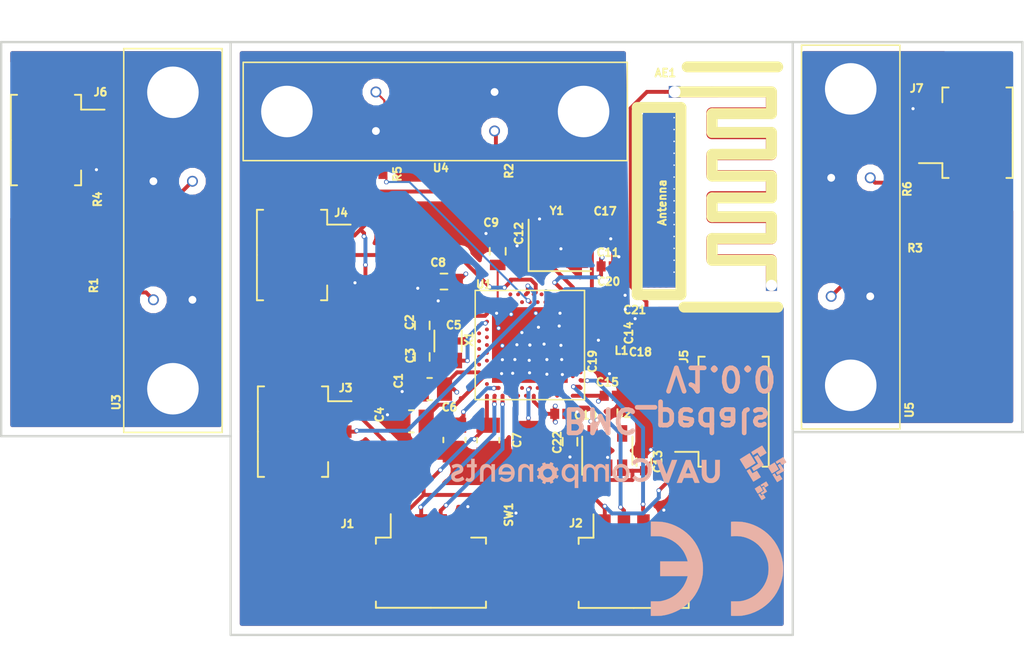
<source format=kicad_pcb>
(kicad_pcb (version 4) (host pcbnew 4.0.7-e2-6376~58~ubuntu17.04.1)
  (layers (0 F.Cu signal) (1 In1.Cu signal) (2 In2.Cu signal) (3 In3.Cu signal) (4 In4.Cu signal) (31 B.Cu signal) (34 B.Paste user) (35 F.Paste user) (36 B.SilkS user) (37 F.SilkS user) (38 B.Mask user) (39 F.Mask user) (44 Edge.Cuts user))
  (net 0 "")
  (net 1 "Net-(AE1-Pad1)")
  (net 2 +3V3)
  (net 3 GND)
  (net 4 "Net-(C2-Pad1)")
  (net 5 "Net-(C3-Pad1)")
  (net 6 +5V)
  (net 7 "Net-(C5-Pad1)")
  (net 8 "Net-(C6-Pad1)")
  (net 9 "Net-(C9-Pad1)")
  (net 10 "Net-(C12-Pad1)")
  (net 11 "Net-(C14-Pad1)")
  (net 12 "Net-(C17-Pad1)")
  (net 13 "Net-(C19-Pad2)")
  (net 14 "Net-(C20-Pad1)")
  (net 15 "Net-(C21-Pad2)")
  (net 16 /D-)
  (net 17 /D+)
  (net 18 /SWDIO)
  (net 19 /SWDCLK)
  (net 20 /OUT_1)
  (net 21 /OUT_3)
  (net 22 +5F)
  (net 23 /OUT_1.1)
  (net 24 GNDA)
  (net 25 +5C)
  (net 26 /OUT_3.1)
  (net 27 GNDS)
  (net 28 "Net-(R1-Pad2)")
  (net 29 "Net-(R2-Pad2)")
  (net 30 "Net-(R3-Pad2)")
  (net 31 /OUT_2)
  (module Don-VIA:VIA-0.3mm (layer F.Cu) (at 126.2 80.35)
    (fp_text reference REF** hide)
    (fp_text value VIA-0.3mm hide)
    (pad 1 thru_hole circle (at 0 0) (size 0.3 0.3) (drill 0.2) (layers *.Cu) (net 3 GND))
  )
  (module Don-VIA:VIA-0.3mm (layer F.Cu) (at 125.25 80.35)
    (fp_text reference REF** hide)
    (fp_text value VIA-0.3mm hide)
    (pad 1 thru_hole circle (at 0 0) (size 0.3 0.3) (drill 0.2) (layers *.Cu) (net 3 GND))
  )
  (module Don-VIA:VIA-0.3mm (layer F.Cu) (at 122.4 79.46)
    (fp_text reference REF** hide)
    (fp_text value VIA-0.3mm hide)
    (pad 1 thru_hole circle (at 0 0) (size 0.3 0.3) (drill 0.2) (layers *.Cu) (net 3 GND))
  )
  (module Don-VIA:VIA-0.3mm (layer F.Cu) (at 123.33 79.4)
    (fp_text reference REF** hide)
    (fp_text value VIA-0.3mm hide)
    (pad 1 thru_hole circle (at 0 0) (size 0.3 0.3) (drill 0.2) (layers *.Cu) (net 3 GND))
  )
  (module Don-VIA:VIA-0.3mm (layer F.Cu) (at 126.15 79.44)
    (fp_text reference REF** hide)
    (fp_text value VIA-0.3mm hide)
    (pad 1 thru_hole circle (at 0 0) (size 0.3 0.3) (drill 0.2) (layers *.Cu) (net 3 GND))
  )
  (module Don-VIA:VIA-0.3mm (layer F.Cu) (at 125.07 79.36)
    (fp_text reference REF** hide)
    (fp_text value VIA-0.3mm hide)
    (pad 1 thru_hole circle (at 0 0) (size 0.3 0.3) (drill 0.2) (layers *.Cu) (net 3 GND))
  )
  (module Don-VIA:VIA-0.3mm (layer F.Cu) (at 123.65 78.62)
    (fp_text reference REF** hide)
    (fp_text value VIA-0.3mm hide)
    (pad 1 thru_hole circle (at 0 0) (size 0.3 0.3) (drill 0.2) (layers *.Cu) (net 3 GND))
  )
  (module Don-VIA:VIA-0.3mm (layer F.Cu) (at 124.71 78.28)
    (fp_text reference REF** hide)
    (fp_text value VIA-0.3mm hide)
    (pad 1 thru_hole circle (at 0 0) (size 0.3 0.3) (drill 0.2) (layers *.Cu) (net 3 GND))
  )
  (module Don-VIA:VIA-0.3mm (layer F.Cu) (at 126.04 78.2)
    (fp_text reference REF** hide)
    (fp_text value VIA-0.3mm hide)
    (pad 1 thru_hole circle (at 0 0) (size 0.3 0.3) (drill 0.2) (layers *.Cu) (net 3 GND))
  )
  (module Don-VIA:VIA-0.3mm (layer F.Cu) (at 126.09 77.38)
    (fp_text reference REF** hide)
    (fp_text value VIA-0.3mm hide)
    (pad 1 thru_hole circle (at 0 0) (size 0.3 0.3) (drill 0.2) (layers *.Cu) (net 3 GND))
  )
  (module Don-VIA:VIA-0.3mm (layer F.Cu) (at 124.54 77.38)
    (fp_text reference REF** hide)
    (fp_text value VIA-0.3mm hide)
    (pad 1 thru_hole circle (at 0 0) (size 0.3 0.3) (drill 0.2) (layers *.Cu) (net 3 GND))
  )
  (module Don-VIA:VIA-0.3mm (layer F.Cu) (at 122.16 78.34)
    (fp_text reference REF** hide)
    (fp_text value VIA-0.3mm hide)
    (pad 1 thru_hole circle (at 0 0) (size 0.3 0.3) (drill 0.2) (layers *.Cu) (net 3 GND))
  )
  (module Don-VIA:VIA-0.3mm (layer F.Cu) (at 122.96 77.45)
    (fp_text reference REF** hide)
    (fp_text value VIA-0.3mm hide)
    (pad 1 thru_hole circle (at 0 0) (size 0.3 0.3) (drill 0.2) (layers *.Cu) (net 3 GND))
  )
  (module Don-VIA:VIA-0.3mm (layer F.Cu) (at 122.03 77.38)
    (fp_text reference REF** hide)
    (fp_text value VIA-0.3mm hide)
    (pad 1 thru_hole circle (at 0 0) (size 0.3 0.3) (drill 0.2) (layers *.Cu) (net 3 GND))
  )
  (module Don-VIA:VIA-0.3mm (layer F.Cu) (at 122.4 80.36)
    (fp_text reference REF** hide)
    (fp_text value VIA-0.3mm hide)
    (pad 1 thru_hole circle (at 0 0) (size 0.3 0.3) (drill 0.2) (layers *.Cu) (net 3 GND))
  )
  (module Don-VIA:VIA-0.3mm (layer F.Cu) (at 123.2 80.35)
    (fp_text reference REF** hide)
    (fp_text value VIA-0.3mm hide)
    (pad 1 thru_hole circle (at 0 0) (size 0.3 0.3) (drill 0.2) (layers *.Cu) (net 3 GND))
  )
  (module Don-VIA:VIA-0.3mm (layer F.Cu) (at 124.12 80.4)
    (fp_text reference REF** hide)
    (fp_text value VIA-0.3mm hide)
    (pad 1 thru_hole circle (at 0 0) (size 0.3 0.3) (drill 0.2) (layers *.Cu) (net 3 GND))
  )
  (module Don-VIA:VIA-0.3mm (layer F.Cu) (at 124.14 81.2)
    (fp_text reference REF** hide)
    (fp_text value VIA-0.3mm hide)
    (pad 1 thru_hole circle (at 0 0) (size 0.3 0.3) (drill 0.2) (layers *.Cu) (net 3 GND))
  )
  (module Don-VIA:VIA-0.3mm (layer F.Cu) (at 125.25 81.29)
    (fp_text reference REF** hide)
    (fp_text value VIA-0.3mm hide)
    (pad 1 thru_hole circle (at 0 0) (size 0.3 0.3) (drill 0.2) (layers *.Cu) (net 3 GND))
  )
  (module Don-VIA:VIA-0.3mm (layer F.Cu) (at 126.24 81.31)
    (fp_text reference REF** hide)
    (fp_text value VIA-0.3mm hide)
    (pad 1 thru_hole circle (at 0 0) (size 0.3 0.3) (drill 0.2) (layers *.Cu) (net 3 GND))
  )
  (module Don-VIA:VIA-0.3mm (layer F.Cu) (at 123.06 81.23)
    (fp_text reference REF** hide)
    (fp_text value VIA-0.3mm hide)
    (pad 1 thru_hole circle (at 0 0) (size 0.3 0.3) (drill 0.2) (layers *.Cu) (net 3 GND))
  )
  (module Don-Antenna:Ant_Bluetooth (layer F.Cu) (at 134.035 63.191 270)
    (fp_text reference AE1 (at -1.211 1.195 360) (layer F.SilkS) (effects (font (size 0.5 0.5) (thickness 0.125))))
    (fp_text value Antenna (at 7.0993 1.39954 270) (layer F.SilkS) (effects (font (size 0.5 0.5) (thickness 0.125))))
    (fp_line (start 10.87374 -5.588) (end 12.01674 -5.588) (layer F.Cu) (width 0.6985))
    (fp_line (start 10.75944 -1.778) (end 10.75944 -5.588) (layer F.Cu) (width 0.6985))
    (fp_line (start 9.42086 -5.588) (end 9.42086 -1.778) (layer F.Cu) (width 0.6985))
    (fp_line (start 8.17118 -5.588) (end 9.31418 -5.588) (layer F.Cu) (width 0.6985))
    (fp_line (start 9.51738 -1.778) (end 10.66038 -1.778) (layer F.Cu) (width 0.6985))
    (fp_line (start 1.27 2.667) (end 12.192 2.667) (layer B.Cu) (width 0.6985))
    (fp_line (start 1.27 2.667) (end 12.192 2.667) (layer F.Cu) (width 0.6985))
    (fp_line (start 12.192 0.254) (end 12.192 2.54) (layer F.Cu) (width 0.6985))
    (fp_line (start 12.192 2.667) (end 12.192 0.254) (layer B.Cu) (width 0.6985))
    (fp_line (start 1.27 1.905) (end 12.192 1.905) (layer B.Cu) (width 0.6985))
    (fp_line (start 1.27 1.905) (end 12.192 1.905) (layer F.Cu) (width 0.6985))
    (fp_line (start 1.27 2.286) (end 12.192 2.286) (layer F.Cu) (width 0.6985))
    (fp_line (start 1.27 2.286) (end 12.192 2.286) (layer B.Cu) (width 0.6985))
    (fp_line (start 1.27 1.524) (end 12.192 1.524) (layer B.Cu) (width 0.6985))
    (fp_line (start 1.27 1.524) (end 12.192 1.524) (layer F.Cu) (width 0.6985))
    (fp_line (start 1.27 1.143) (end 12.192 1.143) (layer F.Cu) (width 0.6985))
    (fp_line (start 1.27 1.143) (end 12.192 1.143) (layer B.Cu) (width 0.6985))
    (fp_line (start 1.27 2.667) (end 1.27 0.254) (layer B.Cu) (width 0.6985))
    (fp_line (start 1.27 0.254) (end 12.192 0.254) (layer B.Cu) (width 0.6985))
    (fp_line (start 1.27 0.254) (end 1.27 2.54) (layer F.Cu) (width 0.6985))
    (fp_line (start 1.27 0.254) (end 12.192 0.254) (layer F.Cu) (width 0.6985))
    (fp_line (start 6.81736 -1.778) (end 7.96036 -1.778) (layer F.Cu) (width 0.6985))
    (fp_line (start 5.4737 -5.588) (end 6.6167 -5.588) (layer F.Cu) (width 0.6985))
    (fp_line (start 4.1275 -1.778) (end 5.2705 -1.778) (layer F.Cu) (width 0.6985))
    (fp_line (start 2.78638 -5.588) (end 3.92938 -5.588) (layer F.Cu) (width 0.6985))
    (fp_line (start 1.44526 -1.778) (end 2.58826 -1.778) (layer F.Cu) (width 0.6985))
    (fp_line (start 0.09906 -5.588) (end 1.24206 -5.588) (layer F.Cu) (width 0.6985))
    (fp_line (start 0.00254 -2.10058) (end 0.00254 0.43942) (layer F.Cu) (width 0.6985))
    (fp_line (start 0 -1.778) (end 0 0) (layer F.Cu) (width 0.6985))
    (fp_line (start 0 -5.588) (end 0 -1.778) (layer F.Cu) (width 0.6985))
    (fp_line (start 1.3462 -5.588) (end 1.3462 -1.778) (layer F.Cu) (width 0.6985))
    (fp_line (start 2.68478 -1.778) (end 2.68478 -5.588) (layer F.Cu) (width 0.6985))
    (fp_line (start 4.02844 -5.588) (end 4.02844 -1.778) (layer F.Cu) (width 0.6985))
    (fp_line (start 5.36956 -1.778) (end 5.36956 -5.588) (layer F.Cu) (width 0.6985))
    (fp_line (start 6.71322 -5.588) (end 6.71322 -1.778) (layer F.Cu) (width 0.6985))
    (fp_line (start 8.05942 -1.778) (end 8.05942 -5.588) (layer F.Cu) (width 0.6985))
    (pad "" thru_hole rect (at 12.40028 -5.6007 270) (size 0.7112 0.7112) (drill 0.762) (layers F.Cu))
    (pad "" thru_hole rect (at 9.271 0.635 270) (size 0.79502 0.51054) (drill 0.09906) (layers *.Cu))
    (pad "" thru_hole rect (at 10.033 0.635 270) (size 0.79502 0.51054) (drill 0.09906) (layers *.Cu))
    (pad "" thru_hole rect (at 11.557 0.635 270) (size 0.79502 0.51054) (drill 0.09906) (layers *.Cu))
    (pad "" thru_hole rect (at 10.795 0.635 270) (size 0.79502 0.51054) (drill 0.09906) (layers *.Cu))
    (pad "" thru_hole rect (at 1.397 2.667 270) (size 0.79502 0.51054) (drill 0.09906) (layers *.Cu))
    (pad "" thru_hole rect (at 5.461 0.635 270) (size 0.79502 0.51054) (drill 0.09906) (layers *.Cu))
    (pad "" thru_hole rect (at 6.223 0.635 270) (size 0.79502 0.51054) (drill 0.09906) (layers *.Cu))
    (pad "" thru_hole rect (at 8.509 0.635 270) (size 0.79502 0.51054) (drill 0.09906) (layers *.Cu))
    (pad "" thru_hole rect (at 7.747 0.635 270) (size 0.79502 0.51054) (drill 0.09906) (layers *.Cu))
    (pad "" thru_hole rect (at 6.985 0.635 270) (size 0.79502 0.51054) (drill 0.09906) (layers *.Cu))
    (pad "" thru_hole rect (at 3.937 0.635 270) (size 0.79502 0.51054) (drill 0.09906) (layers *.Cu))
    (pad "" thru_hole rect (at 3.175 0.635 270) (size 0.79502 0.51054) (drill 0.09906) (layers *.Cu))
    (pad "" thru_hole rect (at 4.699 0.635 270) (size 0.79502 0.51054) (drill 0.09906) (layers *.Cu))
    (pad "" thru_hole rect (at 2.413 0.635 270) (size 0.79502 0.51054) (drill 0.09906) (layers *.Cu))
    (pad 1 thru_hole rect (at 0 0.59944 270) (size 0.75184 0.75184) (drill 0.762) (layers F.Cu) (net 1 "Net-(AE1-Pad1)"))
    (pad "" thru_hole rect (at 1.651 0.635 270) (size 0.79502 0.51054) (drill 0.09906) (layers *.Cu))
  )
  (module Capacitor_SMD:C_0805_2012Metric (layer F.Cu) (at 117.74 82.24 180)
    (fp_text reference C1 (at 1.99 0.53 270) (layer F.SilkS) (effects (font (size 0.5 0.5) (thickness 0.125))))
    (fp_text value 4.7uF)
    (pad 1 smd rect (at -0.955 0 180) (size 0.97 1.5) (layers F.Cu F.Paste F.Mask) (net 2 +3V3))
    (pad 2 smd rect (at 0.955 0 180) (size 0.97 1.5) (layers F.Cu F.Paste F.Mask) (net 3 GND))
  )
  (module Capacitors_SMD:C_0402 (layer F.Cu) (at 117.27 78.16 270)
    (fp_text reference C2 (at -0.21 0.81 270) (layer F.SilkS) (effects (font (size 0.5 0.5) (thickness 0.125))))
    (fp_text value 12pF)
    (pad 1 smd rect (at -0.55 0 270) (size 0.6 0.5) (layers F.Cu F.Paste F.Mask) (net 4 "Net-(C2-Pad1)"))
    (pad 2 smd rect (at 0.55 0 270) (size 0.6 0.5) (layers F.Cu F.Paste F.Mask) (net 3 GND))
  )
  (module Capacitors_SMD:C_0402 (layer F.Cu) (at 117.27 80.18 90)
    (fp_text reference C3 (at 0.08 -0.77 90) (layer F.SilkS) (effects (font (size 0.5 0.5) (thickness 0.125))))
    (fp_text value 12pF)
    (pad 1 smd rect (at -0.55 0 90) (size 0.6 0.5) (layers F.Cu F.Paste F.Mask) (net 5 "Net-(C3-Pad1)"))
    (pad 2 smd rect (at 0.55 0 90) (size 0.6 0.5) (layers F.Cu F.Paste F.Mask) (net 3 GND))
  )
  (module Capacitor_SMD:C_0805_2012Metric (layer F.Cu) (at 116.565 84.31 180)
    (fp_text reference C4 (at 2.03 0.43 270) (layer F.SilkS) (effects (font (size 0.5 0.5) (thickness 0.125))))
    (fp_text value 4.7uF)
    (pad 1 smd rect (at -0.955 0 180) (size 0.97 1.5) (layers F.Cu F.Paste F.Mask) (net 6 +5V))
    (pad 2 smd rect (at 0.955 0 180) (size 0.97 1.5) (layers F.Cu F.Paste F.Mask) (net 3 GND))
  )
  (module Capacitor_SMD:C_0402_1005Metric (layer F.Cu) (at 119.2875 76.64 180)
    (fp_text reference C5 (at 0 -1.5 180) (layer F.SilkS) (effects (font (size 0.5 0.5) (thickness 0.125))))
    (fp_text value 100nF)
    (pad 1 smd rect (at -0.3875 0 180) (size 0.575 0.65) (layers F.Cu F.Paste F.Mask) (net 7 "Net-(C5-Pad1)"))
    (pad 2 smd rect (at 0.3875 0 180) (size 0.575 0.65) (layers F.Cu F.Paste F.Mask) (net 3 GND))
  )
  (module Capacitor_SMD:C_0805_2012Metric (layer F.Cu) (at 119.33 85.505 270)
    (fp_text reference C6 (at -2.1 0.32 360) (layer F.SilkS) (effects (font (size 0.5 0.5) (thickness 0.125))))
    (fp_text value 4.7uF)
    (pad 1 smd rect (at -0.955 0 270) (size 0.97 1.5) (layers F.Cu F.Paste F.Mask) (net 8 "Net-(C6-Pad1)"))
    (pad 2 smd rect (at 0.955 0 270) (size 0.97 1.5) (layers F.Cu F.Paste F.Mask) (net 3 GND))
  )
  (module Capacitor_SMD:C_0805_2012Metric (layer F.Cu) (at 121.49 85.515 270)
    (fp_text reference C7 (at 0 -1.85 270) (layer F.SilkS) (effects (font (size 0.5 0.5) (thickness 0.125))))
    (fp_text value 4.7uF)
    (pad 1 smd rect (at -0.955 0 270) (size 0.97 1.5) (layers F.Cu F.Paste F.Mask) (net 6 +5V))
    (pad 2 smd rect (at 0.955 0 270) (size 0.97 1.5) (layers F.Cu F.Paste F.Mask) (net 3 GND))
  )
  (module Capacitor_SMD:C_0603_1608Metric (layer F.Cu) (at 118.66 75.35 180)
    (fp_text reference C8 (at 0.375 1.22 360) (layer F.SilkS) (effects (font (size 0.5 0.5) (thickness 0.125))))
    (fp_text value 1uF)
    (pad 1 smd rect (at -0.875 0 180) (size 0.67 1) (layers F.Cu F.Paste F.Mask) (net 2 +3V3))
    (pad 2 smd rect (at 0.875 0 180) (size 0.67 1) (layers F.Cu F.Paste F.Mask) (net 3 GND))
  )
  (module Capacitor_SMD:C_0603_1608Metric (layer F.Cu) (at 122.1 73.41 90)
    (fp_text reference C9 (at 1.84 -0.42 180) (layer F.SilkS) (effects (font (size 0.5 0.5) (thickness 0.125))))
    (fp_text value 1uF)
    (pad 1 smd rect (at -0.875 0 90) (size 0.67 1) (layers F.Cu F.Paste F.Mask) (net 9 "Net-(C9-Pad1)"))
    (pad 2 smd rect (at 0.875 0 90) (size 0.67 1) (layers F.Cu F.Paste F.Mask) (net 3 GND))
  )
  (module Capacitor_SMD:C_0402_1005Metric (layer F.Cu) (at 126.14 83.83)
    (fp_text reference C10 (at 1.5875 0.09) (layer F.SilkS) (effects (font (size 0.5 0.5) (thickness 0.125))))
    (fp_text value 100nF)
    (pad 1 smd rect (at -0.3875 0) (size 0.575 0.65) (layers F.Cu F.Paste F.Mask) (net 2 +3V3))
    (pad 2 smd rect (at 0.3875 0) (size 0.575 0.65) (layers F.Cu F.Paste F.Mask) (net 3 GND))
  )
  (module Capacitor_SMD:C_0402_1005Metric (layer F.Cu) (at 129.11 74.38)
    (fp_text reference C11 (at 0.06 -0.89) (layer F.SilkS) (effects (font (size 0.5 0.5) (thickness 0.125))))
    (fp_text value 100nF)
    (pad 1 smd rect (at -0.3875 0) (size 0.575 0.65) (layers F.Cu F.Paste F.Mask) (net 2 +3V3))
    (pad 2 smd rect (at 0.3875 0) (size 0.575 0.65) (layers F.Cu F.Paste F.Mask) (net 3 GND))
  )
  (module Capacitor_SMD:C_0402_1005Metric (layer F.Cu) (at 123.41 73.9 90)
    (fp_text reference C12 (at 1.64 0.05 90) (layer F.SilkS) (effects (font (size 0.5 0.5) (thickness 0.125))))
    (fp_text value 12pF)
    (pad 1 smd rect (at -0.3875 0 90) (size 0.575 0.65) (layers F.Cu F.Paste F.Mask) (net 10 "Net-(C12-Pad1)"))
    (pad 2 smd rect (at 0.3875 0 90) (size 0.575 0.65) (layers F.Cu F.Paste F.Mask) (net 3 GND))
  )
  (module Capacitors_SMD:C_0402 (layer F.Cu) (at 131.462604 86.926742 90)
    (fp_text reference C13 (at 0.04 0.9 90) (layer F.SilkS) (effects (font (size 0.5 0.5) (thickness 0.125))))
    (fp_text value 1u)
    (pad 1 smd rect (at -0.55 0 90) (size 0.6 0.5) (layers F.Cu F.Paste F.Mask) (net 6 +5V))
    (pad 2 smd rect (at 0.55 0 90) (size 0.6 0.5) (layers F.Cu F.Paste F.Mask) (net 3 GND))
  )
  (module Capacitor_SMD:C_0402_1005Metric (layer F.Cu) (at 129 78.6425 270)
    (fp_text reference C14 (at 0 -1.5 270) (layer F.SilkS) (effects (font (size 0.5 0.5) (thickness 0.125))))
    (fp_text value 0.8pF)
    (pad 1 smd rect (at -0.3875 0 270) (size 0.575 0.65) (layers F.Cu F.Paste F.Mask) (net 11 "Net-(C14-Pad1)"))
    (pad 2 smd rect (at 0.3875 0 270) (size 0.575 0.65) (layers F.Cu F.Paste F.Mask) (net 3 GND))
  )
  (module Capacitor_SMD:C_0402_1005Metric (layer F.Cu) (at 129.3125 82.67)
    (fp_text reference C15 (at -0.1825 -0.87) (layer F.SilkS) (effects (font (size 0.5 0.5) (thickness 0.125))))
    (fp_text value 100nF)
    (pad 1 smd rect (at -0.3875 0) (size 0.575 0.65) (layers F.Cu F.Paste F.Mask) (net 2 +3V3))
    (pad 2 smd rect (at 0.3875 0) (size 0.575 0.65) (layers F.Cu F.Paste F.Mask) (net 3 GND))
  )
  (module Capacitor_SMD:C_0402_1005Metric (layer F.Cu) (at 128.74 72.14 270)
    (fp_text reference C17 (at -1.3 -0.24 360) (layer F.SilkS) (effects (font (size 0.5 0.5) (thickness 0.125))))
    (fp_text value 12pF)
    (pad 1 smd rect (at -0.3875 0 270) (size 0.575 0.65) (layers F.Cu F.Paste F.Mask) (net 12 "Net-(C17-Pad1)"))
    (pad 2 smd rect (at 0.3875 0 270) (size 0.575 0.65) (layers F.Cu F.Paste F.Mask) (net 3 GND))
  )
  (module Capacitor_SMD:C_0402_1005Metric (layer F.Cu) (at 131.05 78.6325 90)
    (fp_text reference C18 (at -1.2375 0.19 180) (layer F.SilkS) (effects (font (size 0.5 0.5) (thickness 0.125))))
    (fp_text value 0.5pF)
    (pad 1 smd rect (at -0.3875 0 90) (size 0.575 0.65) (layers F.Cu F.Paste F.Mask) (net 1 "Net-(AE1-Pad1)"))
    (pad 2 smd rect (at 0.3875 0 90) (size 0.575 0.65) (layers F.Cu F.Paste F.Mask) (net 3 GND))
  )
  (module Capacitor_SMD:C_0402_1005Metric (layer F.Cu) (at 129.07 80.43 90)
    (fp_text reference C19 (at -0.04 -0.9 90) (layer F.SilkS) (effects (font (size 0.5 0.5) (thickness 0.125))))
    (fp_text value N.C.)
    (pad 1 smd rect (at -0.3875 0 90) (size 0.575 0.65) (layers F.Cu F.Paste F.Mask) (net 3 GND))
    (pad 2 smd rect (at 0.3875 0 90) (size 0.575 0.65) (layers F.Cu F.Paste F.Mask) (net 13 "Net-(C19-Pad2)"))
  )
  (module Capacitor_SMD:C_0402_1005Metric (layer F.Cu) (at 129.33 76.21)
    (fp_text reference C20 (at -0.12 -0.86) (layer F.SilkS) (effects (font (size 0.5 0.5) (thickness 0.125))))
    (fp_text value 100pF)
    (pad 1 smd rect (at -0.3875 0) (size 0.575 0.65) (layers F.Cu F.Paste F.Mask) (net 14 "Net-(C20-Pad1)"))
    (pad 2 smd rect (at 0.3875 0) (size 0.575 0.65) (layers F.Cu F.Paste F.Mask) (net 3 GND))
  )
  (module Capacitor_SMD:C_0402_1005Metric (layer F.Cu) (at 129.34 77.21 180)
    (fp_text reference C21 (at -1.54 0.04 180) (layer F.SilkS) (effects (font (size 0.5 0.5) (thickness 0.125))))
    (fp_text value N.C.)
    (pad 1 smd rect (at -0.3875 0 180) (size 0.575 0.65) (layers F.Cu F.Paste F.Mask) (net 3 GND))
    (pad 2 smd rect (at 0.3875 0 180) (size 0.575 0.65) (layers F.Cu F.Paste F.Mask) (net 15 "Net-(C21-Pad2)"))
  )
  (module Capacitors_SMD:C_0402 (layer F.Cu) (at 126.732604 85.616742 270)
    (fp_text reference C22 (at 0.04 0.82 270) (layer F.SilkS) (effects (font (size 0.5 0.5) (thickness 0.125))))
    (fp_text value 1u)
    (pad 1 smd rect (at -0.55 0 270) (size 0.6 0.5) (layers F.Cu F.Paste F.Mask) (net 2 +3V3))
    (pad 2 smd rect (at 0.55 0 270) (size 0.6 0.5) (layers F.Cu F.Paste F.Mask) (net 3 GND))
  )
  (module Connectors_Molex:Molex_PicoBlade_53261-0471_04x1.25mm_Angled (layer F.Cu) (at 117.825 92.56)
    (fp_text reference J1 (at -5.345 -1.68) (layer F.SilkS) (effects (font (size 0.5 0.5) (thickness 0.125))))
    (fp_text value USB_cable)
    (pad 1 smd rect (at -1.875 -1.45) (size 0.8 1.7) (layers F.Cu F.Paste F.Mask) (net 6 +5V))
    (pad 2 smd rect (at -0.625 -1.45) (size 0.8 1.7) (layers F.Cu F.Paste F.Mask) (net 16 /D-))
    (pad 3 smd rect (at 0.625 -1.45) (size 0.8 1.7) (layers F.Cu F.Paste F.Mask) (net 17 /D+))
    (pad 4 smd rect (at 1.875 -1.45) (size 0.8 1.7) (layers F.Cu F.Paste F.Mask) (net 3 GND))
    (pad "" smd rect (at -4.375 1.45) (size 2.2 3.1) (layers F.Cu F.Paste F.Mask))
    (pad "" smd rect (at 4.375 1.45) (size 2.2 3.1) (layers F.Cu F.Paste F.Mask))
  )
  (module Connectors_Molex:Molex_PicoBlade_53261-0471_04x1.25mm_Angled (layer F.Cu) (at 130.81 92.57)
    (fp_text reference J2 (at -3.7 -1.73) (layer F.SilkS) (effects (font (size 0.5 0.5) (thickness 0.125))))
    (fp_text value SWD)
    (pad 1 smd rect (at -1.875 -1.45) (size 0.8 1.7) (layers F.Cu F.Paste F.Mask) (net 6 +5V))
    (pad 2 smd rect (at -0.625 -1.45) (size 0.8 1.7) (layers F.Cu F.Paste F.Mask) (net 18 /SWDIO))
    (pad 3 smd rect (at 0.625 -1.45) (size 0.8 1.7) (layers F.Cu F.Paste F.Mask) (net 19 /SWDCLK))
    (pad 4 smd rect (at 1.875 -1.45) (size 0.8 1.7) (layers F.Cu F.Paste F.Mask) (net 3 GND))
    (pad "" smd rect (at -4.375 1.45) (size 2.2 3.1) (layers F.Cu F.Paste F.Mask))
    (pad "" smd rect (at 4.375 1.45) (size 2.2 3.1) (layers F.Cu F.Paste F.Mask))
  )
  (module Connectors_Molex:Molex_PicoBlade_53261-0371_03x1.25mm_Angled (layer F.Cu) (at 110.44 84.97 270)
    (fp_text reference J3 (at -2.8 -1.92 360) (layer F.SilkS) (effects (font (size 0.5 0.5) (thickness 0.125))))
    (fp_text value Conn_01x03)
    (pad 1 smd rect (at -1.25 -1.45 270) (size 0.8 1.7) (layers F.Cu F.Paste F.Mask) (net 6 +5V))
    (pad 2 smd rect (at 0 -1.45 270) (size 0.8 1.7) (layers F.Cu F.Paste F.Mask) (net 20 /OUT_1))
    (pad 3 smd rect (at 1.25 -1.45 270) (size 0.8 1.7) (layers F.Cu F.Paste F.Mask) (net 3 GND))
    (pad "" smd rect (at -3.75 1.45 270) (size 2.2 3.1) (layers F.Cu F.Paste F.Mask))
    (pad "" smd rect (at 3.75 1.45 270) (size 2.2 3.1) (layers F.Cu F.Paste F.Mask))
  )
  (module Connectors_Molex:Molex_PicoBlade_53261-0371_03x1.25mm_Angled (layer F.Cu) (at 110.38 73.65 270)
    (fp_text reference J4 (at -2.71 -1.69 360) (layer F.SilkS) (effects (font (size 0.5 0.5) (thickness 0.125))))
    (fp_text value Conn_01x03)
    (pad 1 smd rect (at -1.25 -1.45 270) (size 0.8 1.7) (layers F.Cu F.Paste F.Mask) (net 6 +5V))
    (pad 2 smd rect (at 0 -1.45 270) (size 0.8 1.7) (layers F.Cu F.Paste F.Mask) (net 21 /OUT_3))
    (pad 3 smd rect (at 1.25 -1.45 270) (size 0.8 1.7) (layers F.Cu F.Paste F.Mask) (net 3 GND))
    (pad "" smd rect (at -3.75 1.45 270) (size 2.2 3.1) (layers F.Cu F.Paste F.Mask))
    (pad "" smd rect (at 3.75 1.45 270) (size 2.2 3.1) (layers F.Cu F.Paste F.Mask))
  )
  (module Connectors_Molex:Molex_PicoBlade_53261-0471_04x1.25mm_Angled (layer F.Cu) (at 135.76 83.69 90)
    (fp_text reference J5 (at 3.53 -1.73 90) (layer F.SilkS) (effects (font (size 0.5 0.5) (thickness 0.125))))
    (fp_text value UART)
    (pad 1 smd rect (at -1.875 -1.45 90) (size 0.8 1.7) (layers F.Cu F.Paste F.Mask) (net 6 +5V))
    (pad 2 smd rect (at -0.625 -1.45 90) (size 0.8 1.7) (layers F.Cu F.Paste F.Mask))
    (pad 3 smd rect (at 0.625 -1.45 90) (size 0.8 1.7) (layers F.Cu F.Paste F.Mask))
    (pad 4 smd rect (at 1.875 -1.45 90) (size 0.8 1.7) (layers F.Cu F.Paste F.Mask) (net 3 GND))
    (pad "" smd rect (at -4.375 1.45 90) (size 2.2 3.1) (layers F.Cu F.Paste F.Mask))
    (pad "" smd rect (at 4.375 1.45 90) (size 2.2 3.1) (layers F.Cu F.Paste F.Mask))
  )
  (module Connectors_Molex:Molex_PicoBlade_53261-0371_03x1.25mm_Angled (layer F.Cu) (at 94.62 66.28 270)
    (fp_text reference J6 (at -3.07 -2.04 360) (layer F.SilkS) (effects (font (size 0.5 0.5) (thickness 0.125))))
    (fp_text value Conn_01x03)
    (pad 1 smd rect (at -1.25 -1.45 270) (size 0.8 1.7) (layers F.Cu F.Paste F.Mask) (net 22 +5F))
    (pad 2 smd rect (at 0 -1.45 270) (size 0.8 1.7) (layers F.Cu F.Paste F.Mask) (net 23 /OUT_1.1))
    (pad 3 smd rect (at 1.25 -1.45 270) (size 0.8 1.7) (layers F.Cu F.Paste F.Mask) (net 24 GNDA))
    (pad "" smd rect (at -3.75 1.45 270) (size 2.2 3.1) (layers F.Cu F.Paste F.Mask))
    (pad "" smd rect (at 3.75 1.45 270) (size 2.2 3.1) (layers F.Cu F.Paste F.Mask))
  )
  (module Connectors_Molex:Molex_PicoBlade_53261-0371_03x1.25mm_Angled (layer F.Cu) (at 151.38 65.81 90)
    (fp_text reference J7 (at 2.84 -2.45 180) (layer F.SilkS) (effects (font (size 0.5 0.5) (thickness 0.125))))
    (fp_text value Conn_01x03)
    (pad 1 smd rect (at -1.25 -1.45 90) (size 0.8 1.7) (layers F.Cu F.Paste F.Mask) (net 25 +5C))
    (pad 2 smd rect (at 0 -1.45 90) (size 0.8 1.7) (layers F.Cu F.Paste F.Mask) (net 26 /OUT_3.1))
    (pad 3 smd rect (at 1.25 -1.45 90) (size 0.8 1.7) (layers F.Cu F.Paste F.Mask) (net 27 GNDS))
    (pad "" smd rect (at -3.75 1.45 90) (size 2.2 3.1) (layers F.Cu F.Paste F.Mask))
    (pad "" smd rect (at 3.75 1.45 90) (size 2.2 3.1) (layers F.Cu F.Paste F.Mask))
  )
  (module Inductor_SMD:L_0402_1005Metric (layer F.Cu) (at 130.01 78.63 90)
    (fp_text reference L1 (at -1.14 0.02 180) (layer F.SilkS) (effects (font (size 0.5 0.5) (thickness 0.125))))
    (fp_text value 3.3nH)
    (pad 1 smd rect (at -0.3875 0 90) (size 0.575 0.65) (layers F.Cu F.Paste F.Mask) (net 1 "Net-(AE1-Pad1)"))
    (pad 2 smd rect (at 0.3875 0 90) (size 0.575 0.65) (layers F.Cu F.Paste F.Mask) (net 11 "Net-(C14-Pad1)"))
  )
  (module Resistor_SMD:R_0402_1005Metric (layer F.Cu) (at 97.31 75.6625 270)
    (fp_text reference R1 (at -0.0625 1.08 270) (layer F.SilkS) (effects (font (size 0.5 0.5) (thickness 0.125))))
    (fp_text value 220)
    (pad 1 smd rect (at -0.3875 0 270) (size 0.575 0.65) (layers F.Cu F.Paste F.Mask) (net 22 +5F))
    (pad 2 smd rect (at 0.3875 0 270) (size 0.575 0.65) (layers F.Cu F.Paste F.Mask) (net 28 "Net-(R1-Pad2)"))
  )
  (module Resistor_SMD:R_0402_1005Metric (layer F.Cu) (at 121.5975 68.34)
    (fp_text reference R2 (at 1.23 -0.08 90) (layer F.SilkS) (effects (font (size 0.5 0.5) (thickness 0.125))))
    (fp_text value 220)
    (pad 1 smd rect (at -0.3875 0) (size 0.575 0.65) (layers F.Cu F.Paste F.Mask) (net 6 +5V))
    (pad 2 smd rect (at 0.3875 0) (size 0.575 0.65) (layers F.Cu F.Paste F.Mask) (net 29 "Net-(R2-Pad2)"))
  )
  (module Resistor_SMD:R_0402_1005Metric (layer F.Cu) (at 148.78 74.46 270)
    (fp_text reference R3 (at -1.25 -0.05 360) (layer F.SilkS) (effects (font (size 0.5 0.5) (thickness 0.125))))
    (fp_text value 220)
    (pad 1 smd rect (at -0.3875 0 270) (size 0.575 0.65) (layers F.Cu F.Paste F.Mask) (net 25 +5C))
    (pad 2 smd rect (at 0.3875 0 270) (size 0.575 0.65) (layers F.Cu F.Paste F.Mask) (net 30 "Net-(R3-Pad2)"))
  )
  (module Resistor_SMD:R_0402_1005Metric (layer F.Cu) (at 97.37 70.1075 90)
    (fp_text reference R4 (at 0.0275 -0.89 90) (layer F.SilkS) (effects (font (size 0.5 0.5) (thickness 0.125))))
    (fp_text value 10K)
    (pad 1 smd rect (at -0.3875 0 90) (size 0.575 0.65) (layers F.Cu F.Paste F.Mask) (net 22 +5F))
    (pad 2 smd rect (at 0.3875 0 90) (size 0.575 0.65) (layers F.Cu F.Paste F.Mask) (net 23 /OUT_1.1))
  )
  (module Resistor_SMD:R_0402_1005Metric (layer F.Cu) (at 114.3625 68.45)
    (fp_text reference R5 (at 1.31 0 90) (layer F.SilkS) (effects (font (size 0.5 0.5) (thickness 0.125))))
    (fp_text value 10K)
    (pad 1 smd rect (at -0.3875 0) (size 0.575 0.65) (layers F.Cu F.Paste F.Mask) (net 6 +5V))
    (pad 2 smd rect (at 0.3875 0) (size 0.575 0.65) (layers F.Cu F.Paste F.Mask) (net 31 /OUT_2))
  )
  (module Resistor_SMD:R_0402_1005Metric (layer F.Cu) (at 149.13 69.4 90)
    (fp_text reference R6 (at -0.02 -0.8 90) (layer F.SilkS) (effects (font (size 0.5 0.5) (thickness 0.125))))
    (fp_text value 10K)
    (pad 1 smd rect (at -0.3875 0 90) (size 0.575 0.65) (layers F.Cu F.Paste F.Mask) (net 25 +5C))
    (pad 2 smd rect (at 0.3875 0 90) (size 0.575 0.65) (layers F.Cu F.Paste F.Mask) (net 26 /OUT_3.1))
  )
  (module MAR_inductors:EVQPE104K (layer F.Cu) (at 124.27 87.58 90)
    (fp_text reference SW1 (at -2.71 -1.46 90) (layer F.SilkS) (effects (font (size 0.5 0.5) (thickness 0.125))))
    (fp_text value RESET)
    (pad 1 smd rect (at 2.5 0 90) (size 1.6 1.6) (layers F.Cu F.Paste F.Mask) (net 2 +3V3))
    (pad 2 smd rect (at -2.5 0 90) (size 1.6 1.6) (layers F.Cu F.Paste F.Mask) (net 3 GND))
  )
  (module TO_SOT_Packages_SMD:SOT-23-5 (layer F.Cu) (at 129.122604 86.186742 90)
    (fp_text reference U2 (at 2.376742 1.027396 180) (layer F.SilkS) (effects (font (size 0.5 0.5) (thickness 0.125))))
    (fp_text value LP5907)
    (pad 1 smd rect (at -1.1 -0.95 90) (size 1.06 0.65) (layers F.Cu F.Paste F.Mask) (net 6 +5V))
    (pad 2 smd rect (at -1.1 0 90) (size 1.06 0.65) (layers F.Cu F.Paste F.Mask) (net 3 GND))
    (pad 3 smd rect (at -1.1 0.95 90) (size 1.06 0.65) (layers F.Cu F.Paste F.Mask) (net 6 +5V))
    (pad 4 smd rect (at 1.1 0.95 90) (size 1.06 0.65) (layers F.Cu F.Paste F.Mask))
    (pad 5 smd rect (at 1.1 -0.95 90) (size 1.06 0.65) (layers F.Cu F.Paste F.Mask) (net 2 +3V3))
  )
  (module OPTO_SWITCH:TCST2300 (layer F.Cu) (at 101.3 72.72 90)
    (fp_text reference U3 (at -10.37 -3.63 270) (layer F.SilkS) (effects (font (size 0.5 0.5) (thickness 0.125))))
    (fp_text value TCST2500)
    (pad 1 thru_hole circle (at -3.8 -1.25 90) (size 0.7 0.7) (drill 0.5) (layers *.Cu *.Mask) (net 28 "Net-(R1-Pad2)"))
    (pad 2 thru_hole circle (at -3.8 1.25 90) (size 0.7 0.7) (drill 0.5) (layers *.Cu *.Mask) (net 24 GNDA))
    (pad 4 thru_hole circle (at 3.8 1.25 90) (size 0.7 0.7) (drill 0.5) (layers *.Cu *.Mask) (net 23 /OUT_1.1))
    (pad 3 thru_hole circle (at 3.8 -1.25 90) (size 0.7 0.7) (drill 0.5) (layers *.Cu *.Mask) (net 24 GNDA))
    (pad 5 thru_hole circle (at -9.5 0 90) (size 3.4 3.4) (drill 3.3) (layers *.Cu *.Mask) (net 24 GNDA))
    (pad 5 thru_hole circle (at 9.5 0 90) (size 3.4 3.4) (drill 3.3) (layers *.Cu *.Mask) (net 24 GNDA))
  )
  (module OPTO_SWITCH:TCST2300 (layer F.Cu) (at 118.1 64.45 180)
    (fp_text reference U4 (at -0.36 -3.62 360) (layer F.SilkS) (effects (font (size 0.5 0.5) (thickness 0.125))))
    (fp_text value TCST2500)
    (pad 1 thru_hole circle (at -3.8 -1.25 180) (size 0.7 0.7) (drill 0.5) (layers *.Cu *.Mask) (net 29 "Net-(R2-Pad2)"))
    (pad 2 thru_hole circle (at -3.8 1.25 180) (size 0.7 0.7) (drill 0.5) (layers *.Cu *.Mask) (net 3 GND))
    (pad 4 thru_hole circle (at 3.8 1.25 180) (size 0.7 0.7) (drill 0.5) (layers *.Cu *.Mask) (net 31 /OUT_2))
    (pad 3 thru_hole circle (at 3.8 -1.25 180) (size 0.7 0.7) (drill 0.5) (layers *.Cu *.Mask) (net 3 GND))
    (pad 5 thru_hole circle (at -9.5 0 180) (size 3.4 3.4) (drill 3.3) (layers *.Cu *.Mask) (net 3 GND))
    (pad 5 thru_hole circle (at 9.5 0 180) (size 3.4 3.4) (drill 3.3) (layers *.Cu *.Mask) (net 3 GND))
  )
  (module OPTO_SWITCH:TCST2300 (layer F.Cu) (at 144.71 72.5 90)
    (fp_text reference U5 (at -11.08 3.76 90) (layer F.SilkS) (effects (font (size 0.5 0.5) (thickness 0.125))))
    (fp_text value TCST2500)
    (pad 1 thru_hole circle (at -3.8 -1.25 90) (size 0.7 0.7) (drill 0.5) (layers *.Cu *.Mask) (net 30 "Net-(R3-Pad2)"))
    (pad 2 thru_hole circle (at -3.8 1.25 90) (size 0.7 0.7) (drill 0.5) (layers *.Cu *.Mask) (net 27 GNDS))
    (pad 4 thru_hole circle (at 3.8 1.25 90) (size 0.7 0.7) (drill 0.5) (layers *.Cu *.Mask) (net 26 /OUT_3.1))
    (pad 3 thru_hole circle (at 3.8 -1.25 90) (size 0.7 0.7) (drill 0.5) (layers *.Cu *.Mask) (net 27 GNDS))
    (pad 5 thru_hole circle (at -9.5 0 90) (size 3.4 3.4) (drill 3.3) (layers *.Cu *.Mask) (net 27 GNDS))
    (pad 5 thru_hole circle (at 9.5 0 90) (size 3.4 3.4) (drill 3.3) (layers *.Cu *.Mask) (net 27 GNDS))
  )
  (module Crystals:Crystal_SMD_3215-2pin_3.2x1.5mm (layer F.Cu) (at 118.92 79.16 90)
    (fp_text reference X1 (at 0.12 1.34 90) (layer F.SilkS) (effects (font (size 0.5 0.5) (thickness 0.125))))
    (fp_text value 32.768kHz)
    (pad 1 smd rect (at 1.25 0 90) (size 1 1.8) (layers F.Cu F.Paste F.Mask) (net 4 "Net-(C2-Pad1)"))
    (pad 2 smd rect (at -1.25 0 90) (size 1 1.8) (layers F.Cu F.Paste F.Mask) (net 5 "Net-(C3-Pad1)"))
  )
  (module Crystal:Crystal_SMD_TXC_7M-4Pin_3.2x2.5mm (layer F.Cu) (at 126.08 73.03)
    (fp_text reference Y1 (at -0.19 -2.22 180) (layer F.SilkS) (effects (font (size 0.5 0.5) (thickness 0.125))))
    (fp_text value Crystal_GND24)
    (pad 1 smd rect (at -1.1 0.85) (size 1.4 1.2) (layers F.Cu F.Paste F.Mask) (net 10 "Net-(C12-Pad1)"))
    (pad 2 smd rect (at 1.1 0.85) (size 1.4 1.2) (layers F.Cu F.Paste F.Mask) (net 3 GND))
    (pad 3 smd rect (at 1.1 -0.85) (size 1.4 1.2) (layers F.Cu F.Paste F.Mask) (net 12 "Net-(C17-Pad1)"))
    (pad 4 smd rect (at -1.1 -0.85) (size 1.4 1.2) (layers F.Cu F.Paste F.Mask) (net 3 GND))
  )
  (module MAR_inductors:nRF52840 (layer F.Cu) (at 124.16 79.42)
    (fp_text reference U1 (at -2.94 -3.89) (layer F.SilkS) (effects (font (size 0.5 0.5) (thickness 0.125))))
    (fp_text value NRF52840)
    (pad 1 smd rect (at 0 0) (size 4.85 4.85) (layers F.Cu F.Paste F.Mask) (net 3 GND))
    (pad AB2 smd circle (at -2.75 2.5) (size 0.25 0.25) (layers F.Cu F.Paste F.Mask))
    (pad Y23 smd circle (at 2.75 2) (size 0.25 0.25) (layers F.Cu F.Paste F.Mask))
    (pad P23 smd circle (at 2.75 0.5) (size 0.25 0.25) (layers F.Cu F.Paste F.Mask))
    (pad T23 smd circle (at 2.75 1) (size 0.25 0.25) (layers F.Cu F.Paste F.Mask))
    (pad M2 smd circle (at -2.75 0) (size 0.25 0.25) (layers F.Cu F.Paste F.Mask))
    (pad K2 smd circle (at -2.75 -0.5) (size 0.25 0.25) (layers F.Cu F.Paste F.Mask))
    (pad D23 smd circle (at 2.75 -2) (size 0.25 0.25) (layers F.Cu F.Paste F.Mask) (net 14 "Net-(C20-Pad1)"))
    (pad F23 smd circle (at 2.75 -1.5) (size 0.25 0.25) (layers F.Cu F.Paste F.Mask) (net 3 GND))
    (pad H23 smd circle (at 2.75 -1) (size 0.25 0.25) (layers F.Cu F.Paste F.Mask) (net 11 "Net-(C14-Pad1)"))
    (pad B11 smd circle (at -0.5 -2.75 180) (size 0.25 0.25) (layers F.Cu F.Paste F.Mask))
    (pad B9 smd circle (at -1 -2.75 180) (size 0.25 0.25) (layers F.Cu F.Paste F.Mask))
    (pad B7 smd circle (at -1.5 -2.75 180) (size 0.25 0.25) (layers F.Cu F.Paste F.Mask) (net 3 GND))
    (pad B5 smd circle (at -2 -2.75 180) (size 0.25 0.25) (layers F.Cu F.Paste F.Mask) (net 9 "Net-(C9-Pad1)"))
    (pad B3 smd circle (at -2.5 -2.75 180) (size 0.25 0.25) (layers F.Cu F.Paste F.Mask))
    (pad B13 smd circle (at 0 -2.75 180) (size 0.25 0.25) (layers F.Cu F.Paste F.Mask) (net 31 /OUT_2))
    (pad B15 smd circle (at 0.5 -2.75 180) (size 0.25 0.25) (layers F.Cu F.Paste F.Mask))
    (pad B19 smd circle (at 1.5 -2.75 180) (size 0.25 0.25) (layers F.Cu F.Paste F.Mask))
    (pad B17 smd circle (at 1 -2.75 180) (size 0.25 0.25) (layers F.Cu F.Paste F.Mask))
    (pad P2 smd circle (at -2.75 0.5) (size 0.25 0.25) (layers F.Cu F.Paste F.Mask))
    (pad T2 smd circle (at -2.75 1) (size 0.25 0.25) (layers F.Cu F.Paste F.Mask))
    (pad V23 smd circle (at 2.75 1.5) (size 0.25 0.25) (layers F.Cu F.Paste F.Mask))
    (pad Y2 smd circle (at -2.75 2) (size 0.25 0.25) (layers F.Cu F.Paste F.Mask) (net 6 +5V))
    (pad D2 smd circle (at -2.75 -2) (size 0.25 0.25) (layers F.Cu F.Paste F.Mask) (net 4 "Net-(C2-Pad1)"))
    (pad H2 smd circle (at -2.75 -1) (size 0.25 0.25) (layers F.Cu F.Paste F.Mask))
    (pad F2 smd circle (at -2.75 -1.5) (size 0.25 0.25) (layers F.Cu F.Paste F.Mask) (net 5 "Net-(C3-Pad1)"))
    (pad AC11 smd circle (at -0.5 2.75 180) (size 0.25 0.25) (layers F.Cu F.Paste F.Mask))
    (pad AC9 smd circle (at -1 2.75 180) (size 0.25 0.25) (layers F.Cu F.Paste F.Mask))
    (pad AC5 smd circle (at -2 2.75 180) (size 0.25 0.25) (layers F.Cu F.Paste F.Mask) (net 8 "Net-(C6-Pad1)"))
    (pad AC13 smd circle (at 0 2.75 180) (size 0.25 0.25) (layers F.Cu F.Paste F.Mask) (net 2 +3V3))
    (pad AC15 smd circle (at 0.5 2.75 180) (size 0.25 0.25) (layers F.Cu F.Paste F.Mask))
    (pad AC19 smd circle (at 1.5 2.75 180) (size 0.25 0.25) (layers F.Cu F.Paste F.Mask))
    (pad AC17 smd circle (at 1 2.75 180) (size 0.25 0.25) (layers F.Cu F.Paste F.Mask))
    (pad AC21 smd circle (at 2 2.75 180) (size 0.25 0.25) (layers F.Cu F.Paste F.Mask))
    (pad B1 smd circle (at -3.25 -2.75 180) (size 0.25 0.25) (layers F.Cu F.Paste F.Mask) (net 2 +3V3))
    (pad C1 smd circle (at -3.25 -2.25 180) (size 0.25 0.25) (layers F.Cu F.Paste F.Mask) (net 7 "Net-(C5-Pad1)"))
    (pad G1 smd circle (at -3.25 -1.25 180) (size 0.25 0.25) (layers F.Cu F.Paste F.Mask))
    (pad J1 smd circle (at -3.25 -0.75 180) (size 0.25 0.25) (layers F.Cu F.Paste F.Mask))
    (pad L1 smd circle (at -3.25 -0.25 180) (size 0.25 0.25) (layers F.Cu F.Paste F.Mask))
    (pad N1 smd circle (at -3.25 0.25 180) (size 0.25 0.25) (layers F.Cu F.Paste F.Mask))
    (pad R1 smd circle (at -3.25 0.75 180) (size 0.25 0.25) (layers F.Cu F.Paste F.Mask))
    (pad U1 smd circle (at -3.25 1.25 180) (size 0.25 0.25) (layers F.Cu F.Paste F.Mask))
    (pad W1 smd circle (at -3.25 1.75 180) (size 0.25 0.25) (layers F.Cu F.Paste F.Mask) (net 2 +3V3))
    (pad A8 smd circle (at -1.25 -3.25 180) (size 0.25 0.25) (layers F.Cu F.Paste F.Mask))
    (pad A10 smd circle (at -0.75 -3.25 180) (size 0.25 0.25) (layers F.Cu F.Paste F.Mask))
    (pad A12 smd circle (at -0.25 -3.25 180) (size 0.25 0.25) (layers F.Cu F.Paste F.Mask) (net 20 /OUT_1))
    (pad A14 smd circle (at 0.25 -3.25 180) (size 0.25 0.25) (layers F.Cu F.Paste F.Mask) (net 21 /OUT_3))
    (pad A16 smd circle (at 0.75 -3.25 180) (size 0.25 0.25) (layers F.Cu F.Paste F.Mask))
    (pad A18 smd circle (at 1.25 -3.25 180) (size 0.25 0.25) (layers F.Cu F.Paste F.Mask))
    (pad A20 smd circle (at 1.75 -3.25 180) (size 0.25 0.25) (layers F.Cu F.Paste F.Mask))
    (pad A22 smd circle (at 2.25 -3.25 180) (size 0.25 0.25) (layers F.Cu F.Paste F.Mask) (net 2 +3V3))
    (pad A23 smd circle (at 2.75 -3.25 180) (size 0.25 0.25) (layers F.Cu F.Paste F.Mask) (net 10 "Net-(C12-Pad1)"))
    (pad B24 smd circle (at 3.25 -2.75 180) (size 0.25 0.25) (layers F.Cu F.Paste F.Mask) (net 12 "Net-(C17-Pad1)"))
    (pad E24 smd circle (at 3.25 -1.75 180) (size 0.25 0.25) (layers F.Cu F.Paste F.Mask) (net 15 "Net-(C21-Pad2)"))
    (pad J24 smd circle (at 3.25 -0.75 180) (size 0.25 0.25) (layers F.Cu F.Paste F.Mask))
    (pad L24 smd circle (at 3.25 -0.25 180) (size 0.25 0.25) (layers F.Cu F.Paste F.Mask))
    (pad N24 smd circle (at 3.25 0.25 180) (size 0.25 0.25) (layers F.Cu F.Paste F.Mask) (net 13 "Net-(C19-Pad2)"))
    (pad R24 smd circle (at 3.25 0.75 180) (size 0.25 0.25) (layers F.Cu F.Paste F.Mask))
    (pad U24 smd circle (at 3.25 1.25 180) (size 0.25 0.25) (layers F.Cu F.Paste F.Mask))
    (pad W24 smd circle (at 3.25 1.75 180) (size 0.25 0.25) (layers F.Cu F.Paste F.Mask))
    (pad AA24 smd circle (at 3.25 2.25 180) (size 0.25 0.25) (layers F.Cu F.Paste F.Mask) (net 19 /SWDCLK))
    (pad AC24 smd circle (at 3.25 2.75 180) (size 0.25 0.25) (layers F.Cu F.Paste F.Mask) (net 18 /SWDIO))
    (pad AD2 smd circle (at -2.75 3.25 180) (size 0.25 0.25) (layers F.Cu F.Paste F.Mask) (net 6 +5V))
    (pad AD4 smd circle (at -2.25 3.25 180) (size 0.25 0.25) (layers F.Cu F.Paste F.Mask) (net 16 /D-))
    (pad AD6 smd circle (at -1.75 3.25 180) (size 0.25 0.25) (layers F.Cu F.Paste F.Mask) (net 17 /D+))
    (pad AD8 smd circle (at -1.25 3.25 180) (size 0.25 0.25) (layers F.Cu F.Paste F.Mask))
    (pad AD10 smd circle (at -0.75 3.25 180) (size 0.25 0.25) (layers F.Cu F.Paste F.Mask))
    (pad AD12 smd circle (at -0.25 3.25 180) (size 0.25 0.25) (layers F.Cu F.Paste F.Mask))
    (pad AD14 smd circle (at 0.25 3.25 180) (size 0.25 0.25) (layers F.Cu F.Paste F.Mask) (net 2 +3V3))
    (pad AD16 smd circle (at 0.75 3.25 180) (size 0.25 0.25) (layers F.Cu F.Paste F.Mask))
    (pad AD18 smd circle (at 1.25 3.25 180) (size 0.25 0.25) (layers F.Cu F.Paste F.Mask))
    (pad AD20 smd circle (at 1.75 3.25 180) (size 0.25 0.25) (layers F.Cu F.Paste F.Mask))
    (pad AD22 smd circle (at 2.25 3.25 180) (size 0.25 0.25) (layers F.Cu F.Paste F.Mask))
    (pad AD23 smd circle (at 2.75 3.25 180) (size 0.25 0.25) (layers F.Cu F.Paste F.Mask) (net 2 +3V3))
  )
  (module Don-VIA:VIA-0.3mm (layer F.Cu) (at 122.35 81.25)
    (fp_text reference REF** hide)
    (fp_text value VIA-0.3mm hide)
    (pad 1 thru_hole circle (at 0 0) (size 0.3 0.3) (drill 0.2) (layers *.Cu) (net 3 GND))
  )
  (module Symbol:CE-Logo_8.5x6mm_SilkScreen (layer B.Cu) (at 136.144 93.752792 180)
    (fp_text reference REF** hide)
    (fp_text value CE-Logo_8.5x6mm_SilkScreen hide)
  )
  (module Don-UAV_C-Logo:LOGO25mm (layer B.Cu) (at 129.032 87.910792 180)
    (fp_text reference G*** hide)
    (fp_text value LOGO hide)
  )
  (gr_line (start 90.3 85.26) (end 105 85.26) (layer Edge.Cuts) (width 0.15))
  (gr_line (start 90.3 60) (end 90.3 85.26) (layer Edge.Cuts) (width 0.15))
  (gr_line (start 104.96 60) (end 90.3 60) (layer Edge.Cuts) (width 0.15))
  (gr_line (start 155.74 85) (end 141 85) (layer Edge.Cuts) (width 0.15))
  (gr_line (start 155.7 60) (end 155.7 85) (layer Edge.Cuts) (width 0.15))
  (gr_line (start 141 60) (end 155.7 60) (layer Edge.Cuts) (width 0.15))
  (gr_line (start 105 60) (end 141 60) (layer Edge.Cuts) (width 0.15))
  (gr_line (start 105 98) (end 105 60) (layer Edge.Cuts) (width 0.15))
  (gr_line (start 141 98) (end 105 98) (layer Edge.Cuts) (width 0.15))
  (gr_line (start 141 60) (end 141 98) (layer Edge.Cuts) (width 0.15))
  (gr_text V1.0.0 (at 136.398 81.560792 180) (layer B.SilkS) (effects (font (size 1.5 1.5) (thickness 0.3)) (justify mirror)))
  (gr_text BMC_pedals (at 132.924 84.230792 180) (layer B.SilkS) (effects (font (size 1.5 1.5) (thickness 0.3)) (justify mirror)))
  (segment (start 130.62 75.64) (end 130.62 64.229618) (width 0.25) (layer F.Cu) (net 1))
  (segment (start 130.62 64.229618) (end 131.658618 63.191) (width 0.25) (layer F.Cu) (net 1))
  (segment (start 131.658618 63.191) (end 132.80964 63.191) (width 0.25) (layer F.Cu) (net 1))
  (segment (start 132.80964 63.191) (end 133.43556 63.191) (width 0.25) (layer F.Cu) (net 1))
  (segment (start 131.627001 76.647001) (end 130.62 75.64) (width 0.25) (layer F.Cu) (net 1))
  (segment (start 131.05 79.02) (end 131.625 79.02) (width 0.25) (layer F.Cu) (net 1))
  (segment (start 131.625 79.02) (end 131.627001 79.017999) (width 0.25) (layer F.Cu) (net 1))
  (segment (start 131.627001 79.017999) (end 131.627001 76.647001) (width 0.25) (layer F.Cu) (net 1))
  (segment (start 131.05 79.02) (end 130.0125 79.02) (width 0.25) (layer F.Cu) (net 1))
  (segment (start 130.0125 79.02) (end 130.01 79.0175) (width 0.25) (layer F.Cu) (net 1))
  (segment (start 125.75 75.41) (end 126.41 76.07) (width 0.25) (layer F.Cu) (net 2))
  (segment (start 126.41 76.07) (end 126.41 76.17) (width 0.25) (layer F.Cu) (net 2))
  (segment (start 128.367868 75.08) (end 126.08 75.08) (width 0.25) (layer B.Cu) (net 2))
  (segment (start 126.08 75.08) (end 125.75 75.41) (width 0.25) (layer B.Cu) (net 2))
  (via (at 125.75 75.41) (size 0.3) (drill 0.2) (layers F.Cu B.Cu) (net 2))
  (segment (start 128.58 75.08) (end 128.367868 75.08) (width 0.25) (layer B.Cu) (net 2))
  (segment (start 128.7225 74.38) (end 128.7225 73.8775) (width 0.25) (layer F.Cu) (net 2))
  (segment (start 128.7225 73.8775) (end 128.79 73.81) (width 0.25) (layer F.Cu) (net 2))
  (via (at 128.79 73.81) (size 0.3) (drill 0.2) (layers F.Cu B.Cu) (net 2))
  (segment (start 125.7525 83.83) (end 125.7525 84.3125) (width 0.25) (layer F.Cu) (net 2))
  (via (at 125.8 84.36) (size 0.3) (drill 0.2) (layers F.Cu B.Cu) (net 2))
  (segment (start 125.7525 84.3125) (end 125.8 84.36) (width 0.25) (layer F.Cu) (net 2))
  (segment (start 128.172604 85.086742) (end 128.172604 84.507396) (width 0.25) (layer F.Cu) (net 2))
  (segment (start 128.172604 84.507396) (end 128.45 84.23) (width 0.25) (layer F.Cu) (net 2))
  (via (at 128.45 84.23) (size 0.3) (drill 0.2) (layers F.Cu B.Cu) (net 2))
  (segment (start 128.172604 85.086742) (end 128.172604 84.422604) (width 0.25) (layer F.Cu) (net 2))
  (segment (start 128.172604 84.422604) (end 128.06 84.31) (width 0.25) (layer F.Cu) (net 2))
  (via (at 128.06 84.31) (size 0.3) (drill 0.2) (layers F.Cu B.Cu) (net 2))
  (segment (start 125.7525 83.83) (end 125.7525 83.3675) (width 0.25) (layer F.Cu) (net 2))
  (segment (start 125.7525 83.3675) (end 125.79 83.33) (width 0.25) (layer F.Cu) (net 2))
  (via (at 125.79 83.33) (size 0.3) (drill 0.2) (layers F.Cu B.Cu) (net 2))
  (segment (start 128.925 82.67) (end 128.9 82.67) (width 0.25) (layer F.Cu) (net 2))
  (segment (start 128.9 82.67) (end 128.55 83.02) (width 0.25) (layer F.Cu) (net 2))
  (via (at 128.55 83.02) (size 0.3) (drill 0.2) (layers F.Cu B.Cu) (net 2))
  (segment (start 128.7225 74.38) (end 128.7225 74.008499) (width 0.25) (layer F.Cu) (net 2))
  (segment (start 119.535 75.35) (end 119.57 75.35) (width 0.25) (layer F.Cu) (net 2))
  (segment (start 119.57 75.35) (end 120.06 74.86) (width 0.25) (layer F.Cu) (net 2))
  (via (at 120.06 74.86) (size 0.3) (drill 0.2) (layers F.Cu B.Cu) (net 2))
  (segment (start 118.695 82.24) (end 119.28 82.24) (width 0.25) (layer F.Cu) (net 2))
  (segment (start 119.28 82.24) (end 119.48 82.44) (width 0.25) (layer F.Cu) (net 2))
  (via (at 119.48 82.44) (size 0.3) (drill 0.2) (layers F.Cu B.Cu) (net 2))
  (segment (start 128.7225 74.38) (end 128.7225 74.9375) (width 0.25) (layer F.Cu) (net 2))
  (segment (start 128.7225 74.9375) (end 128.58 75.08) (width 0.25) (layer F.Cu) (net 2))
  (via (at 128.58 75.08) (size 0.3) (drill 0.2) (layers F.Cu B.Cu) (net 2))
  (segment (start 128.925 82.67) (end 126.91 82.67) (width 0.25) (layer F.Cu) (net 2))
  (segment (start 126.732604 85.066742) (end 128.152604 85.066742) (width 0.25) (layer F.Cu) (net 2))
  (segment (start 128.152604 85.066742) (end 128.172604 85.086742) (width 0.25) (layer F.Cu) (net 2))
  (segment (start 124.07 84.09) (end 124.07 84.88) (width 0.25) (layer F.Cu) (net 2))
  (segment (start 124.07 84.88) (end 124.27 85.08) (width 0.25) (layer F.Cu) (net 2))
  (segment (start 124.07 82.28) (end 124.07 84.09) (width 0.25) (layer B.Cu) (net 2))
  (via (at 124.07 84.09) (size 0.3) (drill 0.2) (layers F.Cu B.Cu) (net 2))
  (segment (start 124.16 82.17) (end 124.16 82.19) (width 0.25) (layer F.Cu) (net 2))
  (segment (start 124.16 82.19) (end 124.07 82.28) (width 0.25) (layer F.Cu) (net 2))
  (via (at 124.07 82.28) (size 0.3) (drill 0.2) (layers F.Cu B.Cu) (net 2))
  (segment (start 125.7525 83.83) (end 125.215 83.83) (width 0.25) (layer F.Cu) (net 2))
  (segment (start 125.215 83.83) (end 124.41 83.025) (width 0.25) (layer F.Cu) (net 2))
  (segment (start 124.41 83.025) (end 124.41 82.846776) (width 0.25) (layer F.Cu) (net 2))
  (segment (start 124.41 82.846776) (end 124.41 82.67) (width 0.25) (layer F.Cu) (net 2))
  (segment (start 119.535 75.35) (end 119.59 75.35) (width 0.25) (layer F.Cu) (net 2))
  (segment (start 119.59 75.35) (end 120.91 76.67) (width 0.25) (layer F.Cu) (net 2))
  (segment (start 120.91 81.17) (end 119.5 81.17) (width 0.25) (layer F.Cu) (net 2))
  (segment (start 119.5 81.17) (end 118.695 81.975) (width 0.25) (layer F.Cu) (net 2))
  (segment (start 118.695 81.975) (end 118.695 82.24) (width 0.25) (layer F.Cu) (net 2))
  (segment (start 126.728144 86.171202) (end 126.728144 86.382723) (width 0.25) (layer F.Cu) (net 3))
  (segment (start 126.728144 86.382723) (end 126.728144 86.594855) (width 0.25) (layer F.Cu) (net 3))
  (segment (start 126.732604 86.166742) (end 126.728144 86.171202) (width 0.25) (layer F.Cu) (net 3))
  (via (at 126.728144 86.594855) (size 0.3) (drill 0.2) (layers F.Cu B.Cu) (net 3))
  (segment (start 127.067024 83.83) (end 127.183014 83.71401) (width 0.25) (layer F.Cu) (net 3))
  (segment (start 126.5275 83.83) (end 127.067024 83.83) (width 0.25) (layer F.Cu) (net 3))
  (via (at 127.183014 83.71401) (size 0.3) (drill 0.2) (layers F.Cu B.Cu) (net 3))
  (segment (start 115.61 84.31) (end 115.46 84.31) (width 0.25) (layer F.Cu) (net 3))
  (segment (start 115.46 84.31) (end 115.04 83.89) (width 0.25) (layer F.Cu) (net 3))
  (via (at 115.04 83.89) (size 0.3) (drill 0.2) (layers F.Cu B.Cu) (net 3))
  (segment (start 126.91 77.92) (end 125.66 77.92) (width 0.25) (layer F.Cu) (net 3))
  (segment (start 125.66 77.92) (end 124.16 79.42) (width 0.25) (layer F.Cu) (net 3))
  (via (at 124.16 79.42) (size 0.3) (drill 0.2) (layers F.Cu B.Cu) (net 3))
  (via (at 124.16 79.42) (size 0.3) (drill 0.2) (layers F.Cu B.Cu) (net 3))
  (segment (start 122.66 76.67) (end 122.66 77.92) (width 0.25) (layer F.Cu) (net 3))
  (segment (start 122.66 77.92) (end 124.16 79.42) (width 0.25) (layer F.Cu) (net 3))
  (segment (start 125.08 72.18) (end 126.15 73.25) (width 0.25) (layer F.Cu) (net 3))
  (segment (start 127.18 73.88) (end 126.78 73.88) (width 0.25) (layer F.Cu) (net 3))
  (segment (start 126.78 73.88) (end 126.15 73.25) (width 0.25) (layer F.Cu) (net 3))
  (via (at 126.15 73.25) (size 0.3) (drill 0.2) (layers F.Cu B.Cu) (net 3))
  (segment (start 124.98 72.18) (end 124.98 71.54) (width 0.25) (layer F.Cu) (net 3))
  (segment (start 124.98 71.54) (end 124.78 71.34) (width 0.25) (layer F.Cu) (net 3))
  (via (at 124.78 71.34) (size 0.3) (drill 0.2) (layers F.Cu B.Cu) (net 3))
  (segment (start 123.41 73.5125) (end 123.41 73.13) (width 0.25) (layer F.Cu) (net 3))
  (segment (start 123.41 73.13) (end 123.34 73.06) (width 0.25) (layer F.Cu) (net 3))
  (via (at 123.34 73.06) (size 0.3) (drill 0.2) (layers F.Cu B.Cu) (net 3))
  (segment (start 122.1 72.535) (end 121.615 72.535) (width 0.25) (layer F.Cu) (net 3))
  (segment (start 121.615 72.535) (end 121.35 72.27) (width 0.25) (layer F.Cu) (net 3))
  (via (at 121.35 72.27) (size 0.3) (drill 0.2) (layers F.Cu B.Cu) (net 3))
  (segment (start 116.785 82.24) (end 116.14 82.24) (width 0.25) (layer F.Cu) (net 3))
  (segment (start 116.14 82.24) (end 115.98 82.4) (width 0.25) (layer F.Cu) (net 3))
  (via (at 115.98 82.4) (size 0.3) (drill 0.2) (layers F.Cu B.Cu) (net 3))
  (segment (start 119.7 91.11) (end 119.7 90.27) (width 0.25) (layer F.Cu) (net 3))
  (segment (start 119.7 90.27) (end 120.19 89.78) (width 0.25) (layer F.Cu) (net 3))
  (via (at 120.19 89.78) (size 0.3) (drill 0.2) (layers F.Cu B.Cu) (net 3))
  (segment (start 124.27 90.08) (end 123.38 90.08) (width 0.25) (layer F.Cu) (net 3))
  (segment (start 123.38 90.08) (end 123.27 90.19) (width 0.25) (layer F.Cu) (net 3))
  (via (at 123.27 90.19) (size 0.3) (drill 0.2) (layers F.Cu B.Cu) (net 3))
  (segment (start 132.685 91.12) (end 132.685 90.055) (width 0.25) (layer F.Cu) (net 3))
  (segment (start 132.685 90.055) (end 132.74 90) (width 0.25) (layer F.Cu) (net 3))
  (via (at 132.74 90) (size 0.3) (drill 0.2) (layers F.Cu B.Cu) (net 3))
  (segment (start 131.462604 86.376742) (end 131.663258 86.376742) (width 0.25) (layer F.Cu) (net 3))
  (via (at 131.91 86.13) (size 0.3) (drill 0.2) (layers F.Cu B.Cu) (net 3))
  (segment (start 131.663258 86.376742) (end 131.91 86.13) (width 0.25) (layer F.Cu) (net 3))
  (segment (start 129.122604 87.286742) (end 129.122604 86.637396) (width 0.25) (layer F.Cu) (net 3))
  (segment (start 129.122604 86.637396) (end 129.14 86.62) (width 0.25) (layer F.Cu) (net 3))
  (via (at 129.14 86.62) (size 0.3) (drill 0.2) (layers F.Cu B.Cu) (net 3))
  (segment (start 126.91 77.92) (end 126.946926 77.92) (width 0.25) (layer F.Cu) (net 3))
  (segment (start 118.9 76.64) (end 118.34 76.64) (width 0.25) (layer F.Cu) (net 3))
  (segment (start 118.34 76.64) (end 118.29 76.59) (width 0.25) (layer F.Cu) (net 3))
  (via (at 118.29 76.59) (size 0.3) (drill 0.2) (layers F.Cu B.Cu) (net 3))
  (segment (start 117.785 75.35) (end 117.41 75.35) (width 0.25) (layer F.Cu) (net 3))
  (segment (start 117.41 75.35) (end 116.98 75.78) (width 0.25) (layer F.Cu) (net 3))
  (via (at 116.98 75.78) (size 0.3) (drill 0.2) (layers F.Cu B.Cu) (net 3))
  (segment (start 111.83 74.9) (end 112.43 74.9) (width 0.25) (layer F.Cu) (net 3))
  (segment (start 112.43 74.9) (end 112.96 75.43) (width 0.25) (layer F.Cu) (net 3))
  (via (at 112.96 75.43) (size 0.3) (drill 0.2) (layers F.Cu B.Cu) (net 3))
  (segment (start 128.74 72.5275) (end 129.2575 72.5275) (width 0.25) (layer F.Cu) (net 3))
  (segment (start 129.2575 72.5275) (end 129.34 72.61) (width 0.25) (layer F.Cu) (net 3))
  (via (at 129.34 72.61) (size 0.3) (drill 0.2) (layers F.Cu B.Cu) (net 3))
  (segment (start 129.4975 74.38) (end 129.4975 74.1225) (width 0.25) (layer F.Cu) (net 3))
  (via (at 129.86 73.76) (size 0.3) (drill 0.2) (layers F.Cu B.Cu) (net 3))
  (segment (start 129.4975 74.1225) (end 129.86 73.76) (width 0.25) (layer F.Cu) (net 3))
  (segment (start 129.7175 76.21) (end 130.24 76.21) (width 0.25) (layer F.Cu) (net 3))
  (segment (start 130.24 76.21) (end 130.26 76.23) (width 0.25) (layer F.Cu) (net 3))
  (via (at 130.26 76.23) (size 0.3) (drill 0.2) (layers F.Cu B.Cu) (net 3))
  (segment (start 129.7275 77.21) (end 130.19 77.21) (width 0.25) (layer F.Cu) (net 3))
  (segment (start 130.19 77.21) (end 130.27 77.13) (width 0.25) (layer F.Cu) (net 3))
  (via (at 130.27 77.13) (size 0.3) (drill 0.2) (layers F.Cu B.Cu) (net 3))
  (segment (start 131.05 78.245) (end 131.05 77.88) (width 0.25) (layer F.Cu) (net 3))
  (segment (start 131.05 77.88) (end 130.9 77.73) (width 0.25) (layer F.Cu) (net 3))
  (via (at 130.9 77.73) (size 0.3) (drill 0.2) (layers F.Cu B.Cu) (net 3))
  (segment (start 129.07 80.8175) (end 129.07 81.07) (width 0.25) (layer F.Cu) (net 3))
  (segment (start 129.07 81.07) (end 129.26 81.26) (width 0.25) (layer F.Cu) (net 3))
  (via (at 129.26 81.26) (size 0.3) (drill 0.2) (layers F.Cu B.Cu) (net 3))
  (segment (start 129 79.03) (end 128.63 79.03) (width 0.25) (layer F.Cu) (net 3))
  (segment (start 128.63 79.03) (end 128.55 79.11) (width 0.25) (layer F.Cu) (net 3))
  (via (at 128.55 79.11) (size 0.3) (drill 0.2) (layers F.Cu B.Cu) (net 3))
  (segment (start 129.7275 77.21) (end 130.015 77.21) (width 0.25) (layer F.Cu) (net 3))
  (segment (start 130.015 77.21) (end 131.05 78.245) (width 0.25) (layer F.Cu) (net 3))
  (segment (start 129.7175 76.21) (end 129.7175 74.6) (width 0.25) (layer F.Cu) (net 3))
  (segment (start 129.7175 74.6) (end 129.4975 74.38) (width 0.25) (layer F.Cu) (net 3))
  (segment (start 129.7175 76.21) (end 129.7175 77.2) (width 0.25) (layer F.Cu) (net 3))
  (segment (start 129.7175 77.2) (end 129.7275 77.21) (width 0.25) (layer F.Cu) (net 3))
  (segment (start 128.74 72.5275) (end 129.4975 73.285) (width 0.25) (layer F.Cu) (net 3))
  (segment (start 129.4975 73.285) (end 129.4975 74.38) (width 0.25) (layer F.Cu) (net 3))
  (segment (start 124.98 72.18) (end 125.08 72.18) (width 0.25) (layer F.Cu) (net 3))
  (segment (start 118.92 77.91) (end 117.57 77.91) (width 0.25) (layer F.Cu) (net 4))
  (segment (start 117.57 77.91) (end 117.27 77.61) (width 0.25) (layer F.Cu) (net 4))
  (segment (start 118.92 77.91) (end 120.07 77.91) (width 0.25) (layer F.Cu) (net 4))
  (segment (start 120.07 77.91) (end 120.43299 77.54701) (width 0.25) (layer F.Cu) (net 4))
  (segment (start 120.43299 77.54701) (end 121.28299 77.54701) (width 0.25) (layer F.Cu) (net 4))
  (segment (start 121.28299 77.54701) (end 121.285001 77.544999) (width 0.25) (layer F.Cu) (net 4))
  (segment (start 121.285001 77.544999) (end 121.41 77.42) (width 0.25) (layer F.Cu) (net 4))
  (segment (start 117.27 80.73) (end 118.6 80.73) (width 0.25) (layer F.Cu) (net 5))
  (segment (start 118.6 80.73) (end 118.92 80.41) (width 0.25) (layer F.Cu) (net 5))
  (segment (start 120.16 80.42) (end 118.93 80.42) (width 0.25) (layer F.Cu) (net 5))
  (segment (start 118.93 80.42) (end 118.92 80.41) (width 0.25) (layer F.Cu) (net 5))
  (segment (start 120.17 78.947868) (end 120.17 80.41) (width 0.25) (layer B.Cu) (net 5))
  (segment (start 120.17 80.41) (end 120.16 80.42) (width 0.25) (layer B.Cu) (net 5))
  (via (at 120.16 80.42) (size 0.3) (drill 0.2) (layers F.Cu B.Cu) (net 5))
  (segment (start 121.31 78.02) (end 121.097868 78.02) (width 0.25) (layer B.Cu) (net 5))
  (segment (start 121.097868 78.02) (end 120.17 78.947868) (width 0.25) (layer B.Cu) (net 5))
  (segment (start 121.41 77.92) (end 121.31 78.02) (width 0.25) (layer F.Cu) (net 5))
  (via (at 121.31 78.02) (size 0.3) (drill 0.2) (layers F.Cu B.Cu) (net 5))
  (segment (start 120.61 85.45) (end 120.61 85.44) (width 0.25) (layer F.Cu) (net 6))
  (segment (start 120.61 85.44) (end 121.49 84.56) (width 0.25) (layer F.Cu) (net 6))
  (segment (start 118.43 87.43) (end 120.41 85.45) (width 0.25) (layer B.Cu) (net 6))
  (via (at 120.61 85.45) (size 0.3) (drill 0.2) (layers F.Cu B.Cu) (net 6))
  (segment (start 120.41 85.45) (end 120.61 85.45) (width 0.25) (layer B.Cu) (net 6))
  (segment (start 117.52 87.924078) (end 117.935922 87.924078) (width 0.25) (layer F.Cu) (net 6))
  (segment (start 117.935922 87.924078) (end 118.43 87.43) (width 0.25) (layer F.Cu) (net 6))
  (via (at 118.43 87.43) (size 0.3) (drill 0.2) (layers F.Cu B.Cu) (net 6))
  (segment (start 117.52 84.31) (end 117.52 87.924078) (width 0.25) (layer F.Cu) (net 6))
  (segment (start 117.52 87.924078) (end 117.357039 88.087039) (width 0.25) (layer F.Cu) (net 6))
  (segment (start 119.833224 82.82) (end 119.411223 83.242001) (width 0.25) (layer F.Cu) (net 6))
  (segment (start 119.411223 83.242001) (end 118.322999 83.242001) (width 0.25) (layer F.Cu) (net 6))
  (segment (start 118.322999 83.242001) (end 117.52 84.045) (width 0.25) (layer F.Cu) (net 6))
  (segment (start 117.52 84.045) (end 117.52 84.31) (width 0.25) (layer F.Cu) (net 6))
  (segment (start 121.49 84.56) (end 121.41 84.48) (width 0.25) (layer F.Cu) (net 6))
  (segment (start 121.41 84.48) (end 121.41 82.67) (width 0.25) (layer F.Cu) (net 6))
  (segment (start 112.955 76.029962) (end 112.955 78.435) (width 0.25) (layer F.Cu) (net 6))
  (segment (start 112.955 78.435) (end 111.89 79.5) (width 0.25) (layer F.Cu) (net 6))
  (segment (start 112.93 72.4) (end 113.34 71.99) (width 0.25) (layer F.Cu) (net 6))
  (segment (start 113.34 71.99) (end 113.975 71.355) (width 0.25) (layer F.Cu) (net 6))
  (segment (start 113.54 72.46) (end 113.54 72.247868) (width 0.25) (layer F.Cu) (net 6))
  (segment (start 113.54 72.247868) (end 113.34 72.047868) (width 0.25) (layer F.Cu) (net 6))
  (segment (start 113.34 72.047868) (end 113.34 71.99) (width 0.25) (layer F.Cu) (net 6))
  (segment (start 113.63 72.57) (end 113.54 72.48) (width 0.25) (layer B.Cu) (net 6))
  (segment (start 113.54 72.48) (end 113.54 72.46) (width 0.25) (layer B.Cu) (net 6))
  (via (at 113.54 72.46) (size 0.3) (drill 0.2) (layers F.Cu B.Cu) (net 6))
  (segment (start 113.63 74.28) (end 113.63 72.57) (width 0.25) (layer B.Cu) (net 6))
  (segment (start 112.955 76.029962) (end 113.63 75.354962) (width 0.25) (layer F.Cu) (net 6))
  (via (at 113.63 74.28) (size 0.3) (drill 0.2) (layers F.Cu B.Cu) (net 6))
  (segment (start 113.63 75.354962) (end 113.63 74.28) (width 0.25) (layer F.Cu) (net 6))
  (segment (start 111.89 83.72) (end 111.89 79.5) (width 0.25) (layer F.Cu) (net 6))
  (segment (start 117.357039 89.027999) (end 117.357039 88.087039) (width 0.25) (layer F.Cu) (net 6))
  (segment (start 117.357039 88.087039) (end 112.99 83.72) (width 0.25) (layer F.Cu) (net 6))
  (segment (start 112.99 83.72) (end 111.89 83.72) (width 0.25) (layer F.Cu) (net 6))
  (segment (start 128.96 89.75) (end 128.96 89.89) (width 0.25) (layer F.Cu) (net 6))
  (segment (start 128.96 89.89) (end 128.96 91.095) (width 0.25) (layer F.Cu) (net 6))
  (segment (start 115.95 91.11) (end 115.95 90.435038) (width 0.25) (layer F.Cu) (net 6))
  (segment (start 115.95 90.435038) (end 117.357039 89.027999) (width 0.25) (layer F.Cu) (net 6))
  (segment (start 117.357039 89.027999) (end 128.097999 89.027999) (width 0.25) (layer F.Cu) (net 6))
  (segment (start 128.097999 89.027999) (end 128.96 89.89) (width 0.25) (layer F.Cu) (net 6))
  (segment (start 128.96 91.095) (end 128.935 91.12) (width 0.25) (layer F.Cu) (net 6))
  (segment (start 132.42 88.75) (end 132.42 89.204962) (width 0.25) (layer B.Cu) (net 6))
  (segment (start 132.42 89.204962) (end 131.412961 90.212001) (width 0.25) (layer B.Cu) (net 6))
  (via (at 128.96 89.75) (size 0.3) (drill 0.2) (layers F.Cu B.Cu) (net 6))
  (segment (start 131.412961 90.212001) (end 129.422001 90.212001) (width 0.25) (layer B.Cu) (net 6))
  (segment (start 129.422001 90.212001) (end 128.96 89.75) (width 0.25) (layer B.Cu) (net 6))
  (segment (start 134.31 85.565) (end 134.31 86.86) (width 0.25) (layer F.Cu) (net 6))
  (segment (start 134.31 86.86) (end 132.42 88.75) (width 0.25) (layer F.Cu) (net 6))
  (via (at 132.42 88.75) (size 0.3) (drill 0.2) (layers F.Cu B.Cu) (net 6))
  (segment (start 113.975 69.58) (end 113.975 69.025) (width 0.25) (layer F.Cu) (net 6))
  (segment (start 113.975 71.355) (end 113.975 69.58) (width 0.25) (layer F.Cu) (net 6))
  (segment (start 113.975 69.58) (end 119.4325 69.58) (width 0.25) (layer F.Cu) (net 6))
  (segment (start 119.4325 69.58) (end 120.6725 68.34) (width 0.25) (layer F.Cu) (net 6))
  (segment (start 120.6725 68.34) (end 121.21 68.34) (width 0.25) (layer F.Cu) (net 6))
  (segment (start 111.83 72.4) (end 112.93 72.4) (width 0.25) (layer F.Cu) (net 6))
  (segment (start 113.975 69.025) (end 113.975 68.45) (width 0.25) (layer F.Cu) (net 6))
  (segment (start 134.31 85.565) (end 133.324346 85.565) (width 0.25) (layer F.Cu) (net 6))
  (segment (start 133.324346 85.565) (end 131.462604 87.426742) (width 0.25) (layer F.Cu) (net 6))
  (segment (start 131.462604 87.426742) (end 131.462604 87.476742) (width 0.25) (layer F.Cu) (net 6))
  (segment (start 130.73 88.07) (end 130.075862 88.07) (width 0.25) (layer F.Cu) (net 6))
  (segment (start 130.075862 88.07) (end 130.072604 88.066742) (width 0.25) (layer F.Cu) (net 6))
  (segment (start 130.73 87.476742) (end 130.262604 87.476742) (width 0.25) (layer F.Cu) (net 6))
  (segment (start 131.462604 87.476742) (end 130.73 87.476742) (width 0.25) (layer F.Cu) (net 6))
  (segment (start 130.73 87.476742) (end 130.73 88.07) (width 0.25) (layer F.Cu) (net 6))
  (segment (start 130.072604 88.066742) (end 130.070603 88.068743) (width 0.25) (layer F.Cu) (net 6))
  (segment (start 130.070603 88.068743) (end 128.174605 88.068743) (width 0.25) (layer F.Cu) (net 6))
  (segment (start 128.174605 88.068743) (end 128.172604 88.066742) (width 0.25) (layer F.Cu) (net 6))
  (segment (start 128.172604 88.066742) (end 128.172604 87.286742) (width 0.25) (layer F.Cu) (net 6))
  (segment (start 130.262604 87.476742) (end 130.072604 87.286742) (width 0.25) (layer F.Cu) (net 6))
  (segment (start 119.833224 82.82) (end 119.73 82.82) (width 0.25) (layer F.Cu) (net 6))
  (segment (start 121.41 81.42) (end 121.233224 81.42) (width 0.25) (layer F.Cu) (net 6))
  (segment (start 121.233224 81.42) (end 119.833224 82.82) (width 0.25) (layer F.Cu) (net 6))
  (segment (start 119.675 76.64) (end 120.205 77.17) (width 0.25) (layer F.Cu) (net 7))
  (segment (start 120.205 77.17) (end 120.91 77.17) (width 0.25) (layer F.Cu) (net 7))
  (segment (start 119.91 83.7) (end 119.91 83.97) (width 0.25) (layer F.Cu) (net 8))
  (segment (start 119.91 83.97) (end 119.33 84.55) (width 0.25) (layer F.Cu) (net 8))
  (segment (start 121.637868 82.19) (end 121.42 82.19) (width 0.25) (layer B.Cu) (net 8))
  (segment (start 121.42 82.19) (end 119.91 83.7) (width 0.25) (layer B.Cu) (net 8))
  (via (at 119.91 83.7) (size 0.3) (drill 0.2) (layers F.Cu B.Cu) (net 8))
  (segment (start 121.637868 82.19) (end 121.53 82.19) (width 0.25) (layer B.Cu) (net 8))
  (segment (start 121.85 82.19) (end 121.637868 82.19) (width 0.25) (layer B.Cu) (net 8))
  (segment (start 122.16 82.17) (end 121.87 82.17) (width 0.25) (layer F.Cu) (net 8))
  (segment (start 121.87 82.17) (end 121.85 82.19) (width 0.25) (layer F.Cu) (net 8))
  (via (at 121.85 82.19) (size 0.3) (drill 0.2) (layers F.Cu B.Cu) (net 8))
  (segment (start 122.1 74.285) (end 122.1 76.61) (width 0.127) (layer F.Cu) (net 9))
  (segment (start 122.1 76.61) (end 122.16 76.67) (width 0.127) (layer F.Cu) (net 9))
  (segment (start 124.98 73.88) (end 125.08 73.88) (width 0.25) (layer F.Cu) (net 10))
  (segment (start 125.08 73.88) (end 126.91 75.71) (width 0.25) (layer F.Cu) (net 10))
  (segment (start 126.91 75.71) (end 126.91 75.993224) (width 0.25) (layer F.Cu) (net 10))
  (segment (start 126.91 75.993224) (end 126.91 76.17) (width 0.25) (layer F.Cu) (net 10))
  (segment (start 123.41 74.2875) (end 124.5725 74.2875) (width 0.25) (layer F.Cu) (net 10))
  (segment (start 124.5725 74.2875) (end 124.98 73.88) (width 0.25) (layer F.Cu) (net 10))
  (segment (start 129 78.255) (end 129.9975 78.255) (width 0.25) (layer F.Cu) (net 11))
  (segment (start 129.9975 78.255) (end 130.01 78.2425) (width 0.25) (layer F.Cu) (net 11))
  (segment (start 129 78.255) (end 127.267038 78.255) (width 0.25) (layer F.Cu) (net 11))
  (segment (start 127.267038 78.255) (end 127.102038 78.42) (width 0.25) (layer F.Cu) (net 11))
  (segment (start 127.102038 78.42) (end 127.086776 78.42) (width 0.25) (layer F.Cu) (net 11))
  (segment (start 127.086776 78.42) (end 126.91 78.42) (width 0.25) (layer F.Cu) (net 11))
  (segment (start 127.18 72.18) (end 127.6075 71.7525) (width 0.25) (layer F.Cu) (net 12))
  (segment (start 127.6075 71.7525) (end 128.74 71.7525) (width 0.25) (layer F.Cu) (net 12))
  (segment (start 127.18 72.18) (end 127.28 72.18) (width 0.25) (layer F.Cu) (net 12))
  (segment (start 127.28 72.18) (end 128.132001 73.032001) (width 0.25) (layer F.Cu) (net 12))
  (segment (start 128.132001 73.032001) (end 128.132001 75.947999) (width 0.25) (layer F.Cu) (net 12))
  (segment (start 128.132001 75.947999) (end 127.534999 76.545001) (width 0.25) (layer F.Cu) (net 12))
  (segment (start 127.534999 76.545001) (end 127.41 76.67) (width 0.25) (layer F.Cu) (net 12))
  (segment (start 129.07 80.0425) (end 128.6975 79.67) (width 0.25) (layer F.Cu) (net 13))
  (segment (start 128.6975 79.67) (end 127.41 79.67) (width 0.25) (layer F.Cu) (net 13))
  (segment (start 126.91 77.42) (end 127.282991 77.047009) (width 0.25) (layer F.Cu) (net 14))
  (segment (start 127.282991 77.047009) (end 127.567991 77.047009) (width 0.25) (layer F.Cu) (net 14))
  (segment (start 127.567991 77.047009) (end 128.405 76.21) (width 0.25) (layer F.Cu) (net 14))
  (segment (start 128.405 76.21) (end 128.9425 76.21) (width 0.25) (layer F.Cu) (net 14))
  (segment (start 127.41 77.67) (end 128.4925 77.67) (width 0.25) (layer F.Cu) (net 15))
  (segment (start 128.4925 77.67) (end 128.9525 77.21) (width 0.25) (layer F.Cu) (net 15))
  (segment (start 121.89 83.22) (end 121.89 82.69) (width 0.25) (layer F.Cu) (net 16))
  (segment (start 121.89 82.69) (end 121.91 82.67) (width 0.25) (layer F.Cu) (net 16))
  (segment (start 117.17 89.81) (end 121.89 85.09) (width 0.25) (layer B.Cu) (net 16))
  (via (at 121.89 83.22) (size 0.3) (drill 0.2) (layers F.Cu B.Cu) (net 16))
  (segment (start 121.89 85.09) (end 121.89 83.22) (width 0.25) (layer B.Cu) (net 16))
  (segment (start 117.2 91.11) (end 117.2 89.84) (width 0.25) (layer F.Cu) (net 16))
  (segment (start 117.2 89.84) (end 117.17 89.81) (width 0.25) (layer F.Cu) (net 16))
  (via (at 117.17 89.81) (size 0.3) (drill 0.2) (layers F.Cu B.Cu) (net 16))
  (segment (start 122.41 83.22) (end 122.41 82.67) (width 0.25) (layer F.Cu) (net 17))
  (segment (start 118.79 89.69) (end 122.41 86.07) (width 0.25) (layer B.Cu) (net 17))
  (segment (start 122.41 86.07) (end 122.41 83.22) (width 0.25) (layer B.Cu) (net 17))
  (via (at 122.41 83.22) (size 0.3) (drill 0.2) (layers F.Cu B.Cu) (net 17))
  (segment (start 118.45 91.11) (end 118.45 90.03) (width 0.25) (layer F.Cu) (net 17))
  (segment (start 118.45 90.03) (end 118.79 89.69) (width 0.25) (layer F.Cu) (net 17))
  (via (at 118.79 89.69) (size 0.3) (drill 0.2) (layers F.Cu B.Cu) (net 17))
  (segment (start 129.97 89.81) (end 129.97 85.11) (width 0.25) (layer B.Cu) (net 18))
  (segment (start 129.97 85.11) (end 126.99636 82.13636) (width 0.25) (layer B.Cu) (net 18))
  (segment (start 126.99636 82.13636) (end 126.95 82.09) (width 0.25) (layer B.Cu) (net 18))
  (segment (start 126.95 82.09) (end 127.33 82.09) (width 0.25) (layer F.Cu) (net 18))
  (segment (start 127.33 82.09) (end 127.41 82.17) (width 0.25) (layer F.Cu) (net 18))
  (via (at 126.95 82.09) (size 0.3) (drill 0.2) (layers F.Cu B.Cu) (net 18))
  (segment (start 130.185 91.12) (end 130.185 90.025) (width 0.25) (layer F.Cu) (net 18))
  (segment (start 130.185 90.025) (end 129.97 89.81) (width 0.25) (layer F.Cu) (net 18))
  (via (at 129.97 89.81) (size 0.3) (drill 0.2) (layers F.Cu B.Cu) (net 18))
  (segment (start 131.41 89.62) (end 131.41 84.724824) (width 0.25) (layer B.Cu) (net 19))
  (segment (start 131.41 84.724824) (end 128.385176 81.7) (width 0.25) (layer B.Cu) (net 19))
  (segment (start 128.385176 81.7) (end 127.84 81.7) (width 0.25) (layer B.Cu) (net 19))
  (segment (start 127.84 81.7) (end 127.44 81.7) (width 0.25) (layer F.Cu) (net 19))
  (segment (start 127.44 81.7) (end 127.41 81.67) (width 0.25) (layer F.Cu) (net 19))
  (via (at 127.84 81.7) (size 0.3) (drill 0.2) (layers F.Cu B.Cu) (net 19))
  (segment (start 131.435 89.995) (end 131.41 89.97) (width 0.25) (layer F.Cu) (net 19))
  (segment (start 131.41 89.97) (end 131.41 89.62) (width 0.25) (layer F.Cu) (net 19))
  (via (at 131.41 89.62) (size 0.3) (drill 0.2) (layers F.Cu B.Cu) (net 19))
  (segment (start 131.435 91.12) (end 131.435 89.995) (width 0.25) (layer F.Cu) (net 19))
  (segment (start 124.03 75.63) (end 124.03 76.05) (width 0.25) (layer F.Cu) (net 20))
  (segment (start 124.03 76.05) (end 123.91 76.17) (width 0.25) (layer F.Cu) (net 20))
  (segment (start 113.07 84.91) (end 116.307462 84.91) (width 0.25) (layer B.Cu) (net 20))
  (segment (start 116.307462 84.91) (end 124.452 76.765462) (width 0.25) (layer B.Cu) (net 20))
  (via (at 124.03 75.63) (size 0.3) (drill 0.2) (layers F.Cu B.Cu) (net 20))
  (segment (start 124.452 76.765462) (end 124.452 76.052) (width 0.25) (layer B.Cu) (net 20))
  (segment (start 124.452 76.052) (end 124.03 75.63) (width 0.25) (layer B.Cu) (net 20))
  (segment (start 111.89 84.97) (end 113.01 84.97) (width 0.25) (layer F.Cu) (net 20))
  (segment (start 113.01 84.97) (end 113.07 84.91) (width 0.25) (layer F.Cu) (net 20))
  (via (at 113.07 84.91) (size 0.3) (drill 0.2) (layers F.Cu B.Cu) (net 20))
  (segment (start 121.57 75.68) (end 119.75 73.86) (width 0.25) (layer F.Cu) (net 21))
  (segment (start 119.75 73.86) (end 119.75 73.65) (width 0.25) (layer F.Cu) (net 21))
  (segment (start 122.53 75.74) (end 121.63 75.74) (width 0.25) (layer B.Cu) (net 21))
  (segment (start 121.63 75.74) (end 121.57 75.68) (width 0.25) (layer B.Cu) (net 21))
  (via (at 121.57 75.68) (size 0.3) (drill 0.2) (layers F.Cu B.Cu) (net 21))
  (segment (start 122.932001 75.227999) (end 122.932001 75.337999) (width 0.25) (layer F.Cu) (net 21))
  (segment (start 122.932001 75.337999) (end 122.53 75.74) (width 0.25) (layer F.Cu) (net 21))
  (via (at 122.53 75.74) (size 0.3) (drill 0.2) (layers F.Cu B.Cu) (net 21))
  (segment (start 124.534999 75.540037) (end 124.534999 76.045001) (width 0.25) (layer F.Cu) (net 21))
  (segment (start 122.932001 75.227999) (end 124.222961 75.227999) (width 0.25) (layer F.Cu) (net 21))
  (segment (start 124.222961 75.227999) (end 124.534999 75.540037) (width 0.25) (layer F.Cu) (net 21))
  (segment (start 124.534999 76.045001) (end 124.41 76.17) (width 0.25) (layer F.Cu) (net 21))
  (segment (start 111.83 73.65) (end 119.75 73.65) (width 0.25) (layer F.Cu) (net 21))
  (segment (start 97.37 70.495) (end 97.37 75.215) (width 0.25) (layer F.Cu) (net 22))
  (segment (start 97.37 75.215) (end 97.31 75.275) (width 0.25) (layer F.Cu) (net 22))
  (segment (start 96.07 65.03) (end 95.62 65.03) (width 0.25) (layer F.Cu) (net 22))
  (segment (start 95.62 65.03) (end 94.967999 65.682001) (width 0.25) (layer F.Cu) (net 22))
  (segment (start 94.967999 65.682001) (end 94.967999 68.667999) (width 0.25) (layer F.Cu) (net 22))
  (segment (start 94.967999 68.667999) (end 96.795 70.495) (width 0.25) (layer F.Cu) (net 22))
  (segment (start 96.795 70.495) (end 97.37 70.495) (width 0.25) (layer F.Cu) (net 22))
  (segment (start 97.37 69.72) (end 101.75 69.72) (width 0.25) (layer F.Cu) (net 23))
  (segment (start 101.75 69.72) (end 102.55 68.92) (width 0.25) (layer F.Cu) (net 23))
  (segment (start 96.07 66.28) (end 96.52 66.28) (width 0.25) (layer F.Cu) (net 23))
  (segment (start 96.52 66.28) (end 97.37 67.13) (width 0.25) (layer F.Cu) (net 23))
  (segment (start 97.37 67.13) (end 97.37 69.1825) (width 0.25) (layer F.Cu) (net 23))
  (segment (start 97.37 69.1825) (end 97.37 69.72) (width 0.25) (layer F.Cu) (net 23))
  (segment (start 96.07 67.53) (end 96.07 67.85) (width 0.25) (layer F.Cu) (net 24))
  (via (at 96.4 68.18) (size 0.3) (drill 0.2) (layers F.Cu B.Cu) (net 24))
  (segment (start 96.07 67.85) (end 96.4 68.18) (width 0.25) (layer F.Cu) (net 24))
  (segment (start 149.93 69.5625) (end 148.78 70.7125) (width 0.25) (layer F.Cu) (net 25))
  (segment (start 148.78 70.7125) (end 148.78 74.0725) (width 0.25) (layer F.Cu) (net 25))
  (segment (start 149.93 67.06) (end 149.93 69.5625) (width 0.25) (layer F.Cu) (net 25))
  (segment (start 149.93 69.5625) (end 149.705 69.7875) (width 0.25) (layer F.Cu) (net 25))
  (segment (start 149.705 69.7875) (end 149.13 69.7875) (width 0.25) (layer F.Cu) (net 25))
  (segment (start 149.13 69.0125) (end 146.2725 69.0125) (width 0.25) (layer F.Cu) (net 26))
  (segment (start 146.2725 69.0125) (end 145.96 68.7) (width 0.25) (layer F.Cu) (net 26))
  (segment (start 149.93 65.81) (end 148.83 65.81) (width 0.25) (layer F.Cu) (net 26))
  (segment (start 148.83 65.81) (end 148.555 66.085) (width 0.25) (layer F.Cu) (net 26))
  (segment (start 149.13 68.475) (end 149.13 69.0125) (width 0.25) (layer F.Cu) (net 26))
  (segment (start 148.555 66.085) (end 148.555 67.9) (width 0.25) (layer F.Cu) (net 26))
  (segment (start 148.555 67.9) (end 149.13 68.475) (width 0.25) (layer F.Cu) (net 26))
  (segment (start 149.93 64.56) (end 148.99 64.56) (width 0.25) (layer F.Cu) (net 27))
  (via (at 148.7 64.27) (size 0.3) (drill 0.2) (layers F.Cu B.Cu) (net 27))
  (segment (start 148.99 64.56) (end 148.7 64.27) (width 0.25) (layer F.Cu) (net 27))
  (segment (start 97.31 76.05) (end 99.58 76.05) (width 0.25) (layer F.Cu) (net 28))
  (segment (start 99.58 76.05) (end 100.05 76.52) (width 0.25) (layer F.Cu) (net 28))
  (segment (start 121.985 68.34) (end 121.985 65.785) (width 0.25) (layer F.Cu) (net 29))
  (segment (start 121.985 65.785) (end 121.9 65.7) (width 0.25) (layer F.Cu) (net 29))
  (segment (start 144.9125 74.8475) (end 143.46 76.3) (width 0.25) (layer F.Cu) (net 30))
  (segment (start 148.78 74.8475) (end 144.9125 74.8475) (width 0.25) (layer F.Cu) (net 30))
  (segment (start 114.75 68.45) (end 114.75 67.998) (width 0.127) (layer F.Cu) (net 31))
  (segment (start 114.75 67.998) (end 114.840501 67.907499) (width 0.127) (layer F.Cu) (net 31))
  (segment (start 114.840501 63.740501) (end 114.649999 63.549999) (width 0.127) (layer F.Cu) (net 31))
  (segment (start 114.649999 63.549999) (end 114.3 63.2) (width 0.127) (layer F.Cu) (net 31))
  (segment (start 114.840501 67.907499) (end 114.840501 63.740501) (width 0.127) (layer F.Cu) (net 31))
  (segment (start 114.97 68.97) (end 114.97 68.67) (width 0.127) (layer F.Cu) (net 31))
  (segment (start 114.97 68.67) (end 114.75 68.45) (width 0.127) (layer F.Cu) (net 31))
  (segment (start 124.049999 76.572501) (end 116.447498 68.97) (width 0.127) (layer B.Cu) (net 31))
  (segment (start 116.447498 68.97) (end 114.97 68.97) (width 0.127) (layer B.Cu) (net 31))
  (via (at 114.97 68.97) (size 0.3) (drill 0.2) (layers F.Cu B.Cu) (net 31))
  (segment (start 124.16 76.67) (end 124.147498 76.67) (width 0.127) (layer F.Cu) (net 31))
  (segment (start 124.147498 76.67) (end 124.049999 76.572501) (width 0.127) (layer F.Cu) (net 31))
  (via (at 124.049999 76.572501) (size 0.3) (drill 0.2) (layers F.Cu B.Cu) (net 31))
  (zone (net 3) (net_name GND) (layer F.Cu) (connect_pads yes (clearance 0.508)) (min_thickness 0.254) (fill yes (arc_segments 16) (thermal_gap 0.508) (thermal_bridge_width 0.508))
    (polygon (pts (xy 105.08 60.08) (xy 105.1 97.9) (xy 140.9 97.9) (xy 140.9 60.1)))
  )
  (zone (net 3) (net_name GND) (layer B.Cu) (connect_pads yes (clearance 0.508)) (min_thickness 0.254) (fill yes (arc_segments 16) (thermal_gap 0.508) (thermal_bridge_width 0.508))
    (polygon (pts (xy 105.1 97.9) (xy 140.92 97.9) (xy 140.9 60.1) (xy 105.08 60.08)))
  )
  (zone (net 24) (net_name GNDA) (layer F.Cu) (connect_pads yes (clearance 0.508)) (min_thickness 0.254) (fill yes (arc_segments 16) (thermal_gap 0.508) (thermal_bridge_width 0.508))
    (polygon (pts (xy 104.92 60.09) (xy 90.4 60.1) (xy 90.4 85.16) (xy 104.79 85.11)))
  )
  (zone (net 24) (net_name GNDA) (layer B.Cu) (connect_pads yes (clearance 0.508)) (min_thickness 0.254) (fill yes (arc_segments 16) (thermal_gap 0.508) (thermal_bridge_width 0.508))
    (polygon (pts (xy 104.92 60.09) (xy 90.4 60.1) (xy 90.39 85.16) (xy 104.8 85.11)))
  )
  (zone (net 27) (net_name GNDS) (layer F.Cu) (connect_pads yes (clearance 0.508)) (min_thickness 0.254) (fill yes (arc_segments 16) (thermal_gap 0.508) (thermal_bridge_width 0.508))
    (polygon (pts (xy 141.1 60.1) (xy 141.11 84.91) (xy 155.56 84.87) (xy 155.6 60.1)))
  )
  (zone (net 27) (net_name GNDS) (layer B.Cu) (connect_pads yes (clearance 0.508)) (min_thickness 0.254) (fill yes (arc_segments 16) (thermal_gap 0.508) (thermal_bridge_width 0.508))
    (polygon (pts (xy 141.1 60.1) (xy 141.1 84.94) (xy 155.6 84.9) (xy 155.6 60.11)))
  )
  (zone (net 0) (net_name "") (layer F.Cu) (connect_pads (clearance 0.508)) (min_thickness 0.254)
    (keepout (tracks allowed) (vias allowed) (copperpour not_allowed))
    (fill yes (arc_segments 16) (thermal_gap 0.508) (thermal_bridge_width 0.508))
    (polygon (pts (xy 140.97 60.198) (xy 130.556 60.198) (xy 130.302 60.198) (xy 130.556 76.962) (xy 140.97 76.962)))
  )
  (zone (net 0) (net_name "") (layer B.Cu) (connect_pads (clearance 0.508)) (min_thickness 0.254)
    (keepout (tracks allowed) (vias allowed) (copperpour not_allowed))
    (fill yes (arc_segments 16) (thermal_gap 0.508) (thermal_bridge_width 0.508))
    (polygon (pts (xy 130.302 60.198) (xy 130.556 76.962) (xy 140.97 76.962) (xy 140.97 60.198)))
  )
)
</source>
